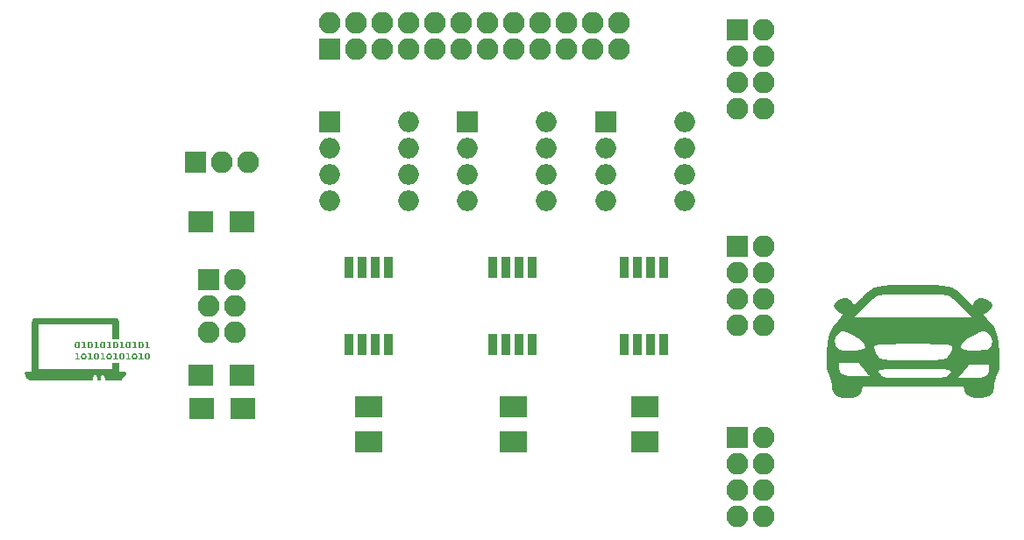
<source format=gts>
G04 #@! TF.GenerationSoftware,KiCad,Pcbnew,5.0.0-fee4fd1~65~ubuntu16.04.1*
G04 #@! TF.CreationDate,2018-07-25T18:48:16-06:00*
G04 #@! TF.ProjectId,UPA_Shield_001,5550415F536869656C645F3030312E6B,rev?*
G04 #@! TF.SameCoordinates,Original*
G04 #@! TF.FileFunction,Soldermask,Top*
G04 #@! TF.FilePolarity,Negative*
%FSLAX46Y46*%
G04 Gerber Fmt 4.6, Leading zero omitted, Abs format (unit mm)*
G04 Created by KiCad (PCBNEW 5.0.0-fee4fd1~65~ubuntu16.04.1) date Wed Jul 25 18:48:16 2018*
%MOMM*%
%LPD*%
G01*
G04 APERTURE LIST*
%ADD10C,0.100000*%
%ADD11O,2.100000X2.100000*%
%ADD12R,2.100000X2.100000*%
%ADD13R,2.000000X2.000000*%
%ADD14O,2.000000X2.000000*%
%ADD15R,0.950000X2.150000*%
%ADD16R,0.700000X2.000000*%
%ADD17R,2.400000X2.000000*%
%ADD18R,2.400000X2.100000*%
G04 APERTURE END LIST*
D10*
G04 #@! TO.C,svg2mod*
G36*
X112056580Y-98213131D02*
X112222375Y-98214429D01*
X112218069Y-98289764D01*
X112205148Y-98356001D01*
X112183618Y-98413141D01*
X112153473Y-98461184D01*
X112115415Y-98499054D01*
X112070145Y-98526102D01*
X112017661Y-98542332D01*
X111957964Y-98547743D01*
X111898079Y-98542332D01*
X111845460Y-98526102D01*
X111800108Y-98499054D01*
X111762024Y-98461184D01*
X111731879Y-98413141D01*
X111710349Y-98356001D01*
X111697428Y-98289764D01*
X111693122Y-98214429D01*
X111697428Y-98138933D01*
X111710349Y-98072642D01*
X111731879Y-98015556D01*
X111762024Y-97967675D01*
X111800108Y-97929617D01*
X111845460Y-97902433D01*
X111898079Y-97886124D01*
X111957964Y-97880688D01*
X112017661Y-97886124D01*
X112070145Y-97902433D01*
X112115415Y-97929617D01*
X112153473Y-97967675D01*
X112183618Y-98015556D01*
X112205148Y-98072642D01*
X112218069Y-98138933D01*
X112222375Y-98214429D01*
X112056580Y-98213131D01*
X112055141Y-98157310D01*
X112050862Y-98110424D01*
X112043730Y-98072474D01*
X112033745Y-98043460D01*
X112020611Y-98021794D01*
X112003601Y-98006317D01*
X111982717Y-97997032D01*
X111957955Y-97993936D01*
X111933167Y-97997032D01*
X111912201Y-98006317D01*
X111895056Y-98021794D01*
X111881732Y-98043460D01*
X111871747Y-98072474D01*
X111864615Y-98110424D01*
X111860337Y-98157310D01*
X111858897Y-98213131D01*
X111860337Y-98269571D01*
X111864615Y-98317022D01*
X111871747Y-98355483D01*
X111881732Y-98384955D01*
X111895056Y-98406810D01*
X111912201Y-98422420D01*
X111933167Y-98431787D01*
X111957955Y-98434908D01*
X111982556Y-98431787D01*
X112003387Y-98422420D01*
X112020450Y-98406810D01*
X112033745Y-98384955D01*
X112043730Y-98355483D01*
X112050862Y-98317022D01*
X112055141Y-98269571D01*
X112056580Y-98213131D01*
X112056580Y-98213131D01*
G37*
G36*
X111141046Y-98420698D02*
X111177650Y-98420698D01*
X111214254Y-98420698D01*
X111250858Y-98420698D01*
X111287462Y-98420698D01*
X111287462Y-98316807D01*
X111287462Y-98212916D01*
X111287462Y-98109024D01*
X111287462Y-98005133D01*
X111249889Y-98012886D01*
X111212316Y-98020639D01*
X111174743Y-98028388D01*
X111137170Y-98036141D01*
X111137170Y-98007936D01*
X111137170Y-97979731D01*
X111137170Y-97951525D01*
X111137170Y-97923320D01*
X111174528Y-97915567D01*
X111211886Y-97907815D01*
X111249243Y-97900065D01*
X111286601Y-97892312D01*
X111326004Y-97892312D01*
X111365408Y-97892312D01*
X111404811Y-97892312D01*
X111444214Y-97892312D01*
X111444214Y-98024410D01*
X111444214Y-98156508D01*
X111444214Y-98288606D01*
X111444214Y-98420704D01*
X111480818Y-98420704D01*
X111517422Y-98420704D01*
X111554027Y-98420704D01*
X111590631Y-98420704D01*
X111590631Y-98449341D01*
X111590631Y-98477978D01*
X111590631Y-98506616D01*
X111590631Y-98535253D01*
X111478235Y-98535253D01*
X111365838Y-98535253D01*
X111253442Y-98535253D01*
X111141046Y-98535253D01*
X111141046Y-98506616D01*
X111141046Y-98477978D01*
X111141046Y-98449341D01*
X111141046Y-98420698D01*
X111141046Y-98420698D01*
G37*
G36*
X110830126Y-98213131D02*
X110995921Y-98214429D01*
X110991614Y-98289764D01*
X110978694Y-98356001D01*
X110957163Y-98413141D01*
X110927019Y-98461184D01*
X110888961Y-98499054D01*
X110843691Y-98526102D01*
X110791207Y-98542332D01*
X110731510Y-98547743D01*
X110671625Y-98542332D01*
X110619006Y-98526102D01*
X110573655Y-98499054D01*
X110535570Y-98461184D01*
X110505425Y-98413141D01*
X110483895Y-98356001D01*
X110470974Y-98289764D01*
X110466668Y-98214429D01*
X110470974Y-98138933D01*
X110483895Y-98072642D01*
X110505425Y-98015556D01*
X110535570Y-97967675D01*
X110573655Y-97929617D01*
X110619006Y-97902433D01*
X110671625Y-97886124D01*
X110731510Y-97880688D01*
X110791207Y-97886124D01*
X110843691Y-97902433D01*
X110888961Y-97929617D01*
X110927019Y-97967675D01*
X110957163Y-98015556D01*
X110978694Y-98072642D01*
X110991614Y-98138933D01*
X110995921Y-98214429D01*
X110830126Y-98213131D01*
X110828687Y-98157310D01*
X110824408Y-98110424D01*
X110817276Y-98072474D01*
X110807291Y-98043460D01*
X110794157Y-98021794D01*
X110777147Y-98006317D01*
X110756263Y-97997032D01*
X110731501Y-97993936D01*
X110706713Y-97997032D01*
X110685747Y-98006317D01*
X110668602Y-98021794D01*
X110655278Y-98043460D01*
X110645293Y-98072474D01*
X110638161Y-98110424D01*
X110633883Y-98157310D01*
X110632443Y-98213131D01*
X110633883Y-98269571D01*
X110638161Y-98317022D01*
X110645293Y-98355483D01*
X110655278Y-98384955D01*
X110668602Y-98406810D01*
X110685747Y-98422420D01*
X110706713Y-98431787D01*
X110731501Y-98434908D01*
X110756102Y-98431787D01*
X110776933Y-98422420D01*
X110793996Y-98406810D01*
X110807291Y-98384955D01*
X110817276Y-98355483D01*
X110824408Y-98317022D01*
X110828687Y-98269571D01*
X110830126Y-98213131D01*
X110830126Y-98213131D01*
G37*
G36*
X109914592Y-98420698D02*
X109951196Y-98420698D01*
X109987800Y-98420698D01*
X110024404Y-98420698D01*
X110061008Y-98420698D01*
X110061008Y-98316807D01*
X110061008Y-98212916D01*
X110061008Y-98109024D01*
X110061008Y-98005133D01*
X110023435Y-98012886D01*
X109985862Y-98020639D01*
X109948289Y-98028388D01*
X109910716Y-98036141D01*
X109910716Y-98007936D01*
X109910716Y-97979731D01*
X109910716Y-97951525D01*
X109910716Y-97923320D01*
X109948074Y-97915567D01*
X109985432Y-97907815D01*
X110022789Y-97900065D01*
X110060147Y-97892312D01*
X110099551Y-97892312D01*
X110138954Y-97892312D01*
X110178357Y-97892312D01*
X110217760Y-97892312D01*
X110217760Y-98024410D01*
X110217760Y-98156508D01*
X110217760Y-98288606D01*
X110217760Y-98420704D01*
X110254364Y-98420704D01*
X110290968Y-98420704D01*
X110327573Y-98420704D01*
X110364177Y-98420704D01*
X110364177Y-98449341D01*
X110364177Y-98477978D01*
X110364177Y-98506616D01*
X110364177Y-98535253D01*
X110251781Y-98535253D01*
X110139384Y-98535253D01*
X110026988Y-98535253D01*
X109914592Y-98535253D01*
X109914592Y-98506616D01*
X109914592Y-98477978D01*
X109914592Y-98449341D01*
X109914592Y-98420698D01*
X109914592Y-98420698D01*
G37*
G36*
X109603672Y-98213131D02*
X109769467Y-98214429D01*
X109765160Y-98289764D01*
X109752240Y-98356001D01*
X109730709Y-98413141D01*
X109700565Y-98461184D01*
X109662507Y-98499054D01*
X109617237Y-98526102D01*
X109564753Y-98542332D01*
X109505056Y-98547743D01*
X109445170Y-98542332D01*
X109392552Y-98526102D01*
X109347201Y-98499054D01*
X109309116Y-98461184D01*
X109278971Y-98413141D01*
X109257441Y-98356001D01*
X109244520Y-98289764D01*
X109240214Y-98214429D01*
X109244520Y-98138933D01*
X109257441Y-98072642D01*
X109278971Y-98015556D01*
X109309116Y-97967675D01*
X109347201Y-97929617D01*
X109392552Y-97902433D01*
X109445170Y-97886124D01*
X109505056Y-97880688D01*
X109564753Y-97886124D01*
X109617237Y-97902433D01*
X109662507Y-97929617D01*
X109700565Y-97967675D01*
X109730709Y-98015556D01*
X109752240Y-98072642D01*
X109765160Y-98138933D01*
X109769467Y-98214429D01*
X109603672Y-98213131D01*
X109602233Y-98157310D01*
X109597954Y-98110424D01*
X109590822Y-98072474D01*
X109580837Y-98043460D01*
X109567703Y-98021794D01*
X109550693Y-98006317D01*
X109529809Y-97997032D01*
X109505047Y-97993936D01*
X109480259Y-97997032D01*
X109459293Y-98006317D01*
X109442148Y-98021794D01*
X109428824Y-98043460D01*
X109418839Y-98072474D01*
X109411707Y-98110424D01*
X109407429Y-98157310D01*
X109405989Y-98213131D01*
X109407429Y-98269571D01*
X109411707Y-98317022D01*
X109418839Y-98355483D01*
X109428824Y-98384955D01*
X109442148Y-98406810D01*
X109459293Y-98422420D01*
X109480259Y-98431787D01*
X109505047Y-98434908D01*
X109529648Y-98431787D01*
X109550479Y-98422420D01*
X109567542Y-98406810D01*
X109580837Y-98384955D01*
X109590822Y-98355483D01*
X109597954Y-98317022D01*
X109602233Y-98269571D01*
X109603672Y-98213131D01*
X109603672Y-98213131D01*
G37*
G36*
X108688138Y-98420698D02*
X108724742Y-98420698D01*
X108761346Y-98420698D01*
X108797950Y-98420698D01*
X108834554Y-98420698D01*
X108834554Y-98316807D01*
X108834554Y-98212916D01*
X108834554Y-98109024D01*
X108834554Y-98005133D01*
X108796981Y-98012886D01*
X108759408Y-98020639D01*
X108721835Y-98028388D01*
X108684262Y-98036141D01*
X108684262Y-98007936D01*
X108684262Y-97979731D01*
X108684262Y-97951525D01*
X108684262Y-97923320D01*
X108721620Y-97915567D01*
X108758978Y-97907815D01*
X108796335Y-97900065D01*
X108833693Y-97892312D01*
X108873096Y-97892312D01*
X108912500Y-97892312D01*
X108951903Y-97892312D01*
X108991306Y-97892312D01*
X108991306Y-98024410D01*
X108991306Y-98156508D01*
X108991306Y-98288606D01*
X108991306Y-98420704D01*
X109027910Y-98420704D01*
X109064515Y-98420704D01*
X109101119Y-98420704D01*
X109137723Y-98420704D01*
X109137723Y-98449341D01*
X109137723Y-98477978D01*
X109137723Y-98506616D01*
X109137723Y-98535253D01*
X109025327Y-98535253D01*
X108912930Y-98535253D01*
X108800534Y-98535253D01*
X108688138Y-98535253D01*
X108688138Y-98506616D01*
X108688138Y-98477978D01*
X108688138Y-98449341D01*
X108688138Y-98420698D01*
X108688138Y-98420698D01*
G37*
G36*
X108377218Y-98213131D02*
X108543013Y-98214429D01*
X108538706Y-98289764D01*
X108525786Y-98356001D01*
X108504256Y-98413141D01*
X108474111Y-98461184D01*
X108436053Y-98499054D01*
X108390783Y-98526102D01*
X108338299Y-98542332D01*
X108278602Y-98547743D01*
X108218716Y-98542332D01*
X108166098Y-98526102D01*
X108120747Y-98499054D01*
X108082662Y-98461184D01*
X108052517Y-98413141D01*
X108030987Y-98356001D01*
X108018066Y-98289764D01*
X108013760Y-98214429D01*
X108018066Y-98138933D01*
X108030987Y-98072642D01*
X108052517Y-98015556D01*
X108082662Y-97967675D01*
X108120747Y-97929617D01*
X108166098Y-97902433D01*
X108218716Y-97886124D01*
X108278602Y-97880688D01*
X108338299Y-97886124D01*
X108390783Y-97902433D01*
X108436053Y-97929617D01*
X108474111Y-97967675D01*
X108504256Y-98015556D01*
X108525786Y-98072642D01*
X108538706Y-98138933D01*
X108543013Y-98214429D01*
X108377218Y-98213131D01*
X108375779Y-98157310D01*
X108371500Y-98110424D01*
X108364368Y-98072474D01*
X108354383Y-98043460D01*
X108341249Y-98021794D01*
X108324239Y-98006317D01*
X108303355Y-97997032D01*
X108278593Y-97993936D01*
X108253805Y-97997032D01*
X108232839Y-98006317D01*
X108215694Y-98021794D01*
X108202370Y-98043460D01*
X108192385Y-98072474D01*
X108185253Y-98110424D01*
X108180975Y-98157310D01*
X108179535Y-98213131D01*
X108180975Y-98269571D01*
X108185253Y-98317022D01*
X108192385Y-98355483D01*
X108202370Y-98384955D01*
X108215694Y-98406810D01*
X108232839Y-98422420D01*
X108253805Y-98431787D01*
X108278593Y-98434908D01*
X108303194Y-98431787D01*
X108324025Y-98422420D01*
X108341088Y-98406810D01*
X108354383Y-98384955D01*
X108364368Y-98355483D01*
X108371500Y-98317022D01*
X108375779Y-98269571D01*
X108377218Y-98213131D01*
X108377218Y-98213131D01*
G37*
G36*
X107461684Y-98420698D02*
X107498288Y-98420698D01*
X107534892Y-98420698D01*
X107571496Y-98420698D01*
X107608100Y-98420698D01*
X107608100Y-98316807D01*
X107608100Y-98212916D01*
X107608100Y-98109024D01*
X107608100Y-98005133D01*
X107570527Y-98012886D01*
X107532954Y-98020639D01*
X107495381Y-98028388D01*
X107457808Y-98036141D01*
X107457808Y-98007936D01*
X107457808Y-97979731D01*
X107457808Y-97951525D01*
X107457808Y-97923320D01*
X107495166Y-97915567D01*
X107532523Y-97907815D01*
X107569881Y-97900065D01*
X107607239Y-97892312D01*
X107646642Y-97892312D01*
X107686046Y-97892312D01*
X107725449Y-97892312D01*
X107764852Y-97892312D01*
X107764852Y-98024410D01*
X107764852Y-98156508D01*
X107764852Y-98288606D01*
X107764852Y-98420704D01*
X107801456Y-98420704D01*
X107838060Y-98420704D01*
X107874665Y-98420704D01*
X107911269Y-98420704D01*
X107911269Y-98449341D01*
X107911269Y-98477978D01*
X107911269Y-98506616D01*
X107911269Y-98535253D01*
X107798872Y-98535253D01*
X107686476Y-98535253D01*
X107574080Y-98535253D01*
X107461684Y-98535253D01*
X107461684Y-98506616D01*
X107461684Y-98477978D01*
X107461684Y-98449341D01*
X107461684Y-98420698D01*
X107461684Y-98420698D01*
G37*
G36*
X107150764Y-98213131D02*
X107316559Y-98214429D01*
X107312252Y-98289764D01*
X107299332Y-98356001D01*
X107277802Y-98413141D01*
X107247657Y-98461184D01*
X107209599Y-98499054D01*
X107164329Y-98526102D01*
X107111845Y-98542332D01*
X107052148Y-98547743D01*
X106992262Y-98542332D01*
X106939644Y-98526102D01*
X106894293Y-98499054D01*
X106856208Y-98461184D01*
X106826063Y-98413141D01*
X106804533Y-98356001D01*
X106791613Y-98289764D01*
X106787306Y-98214429D01*
X106791613Y-98138933D01*
X106804533Y-98072642D01*
X106826063Y-98015556D01*
X106856208Y-97967675D01*
X106894293Y-97929617D01*
X106939644Y-97902433D01*
X106992262Y-97886124D01*
X107052148Y-97880688D01*
X107111845Y-97886124D01*
X107164329Y-97902433D01*
X107209599Y-97929617D01*
X107247657Y-97967675D01*
X107277802Y-98015556D01*
X107299332Y-98072642D01*
X107312252Y-98138933D01*
X107316559Y-98214429D01*
X107150764Y-98213131D01*
X107149325Y-98157310D01*
X107145046Y-98110424D01*
X107137914Y-98072474D01*
X107127929Y-98043460D01*
X107114795Y-98021794D01*
X107097785Y-98006317D01*
X107076901Y-97997032D01*
X107052139Y-97993936D01*
X107027351Y-97997032D01*
X107006385Y-98006317D01*
X106989240Y-98021794D01*
X106975916Y-98043460D01*
X106965931Y-98072474D01*
X106958799Y-98110424D01*
X106954521Y-98157310D01*
X106953081Y-98213131D01*
X106954521Y-98269571D01*
X106958799Y-98317022D01*
X106965931Y-98355483D01*
X106975916Y-98384955D01*
X106989240Y-98406810D01*
X107006385Y-98422420D01*
X107027351Y-98431787D01*
X107052139Y-98434908D01*
X107076740Y-98431787D01*
X107097571Y-98422420D01*
X107114634Y-98406810D01*
X107127929Y-98384955D01*
X107137914Y-98355483D01*
X107145046Y-98317022D01*
X107149325Y-98269571D01*
X107150764Y-98213131D01*
X107150764Y-98213131D01*
G37*
G36*
X106235230Y-98420698D02*
X106271834Y-98420698D01*
X106308438Y-98420698D01*
X106345042Y-98420698D01*
X106381646Y-98420698D01*
X106381646Y-98316807D01*
X106381646Y-98212916D01*
X106381646Y-98109024D01*
X106381646Y-98005133D01*
X106344073Y-98012886D01*
X106306500Y-98020639D01*
X106268927Y-98028388D01*
X106231354Y-98036141D01*
X106231354Y-98007936D01*
X106231354Y-97979731D01*
X106231354Y-97951525D01*
X106231354Y-97923320D01*
X106268712Y-97915567D01*
X106306069Y-97907815D01*
X106343427Y-97900065D01*
X106380785Y-97892312D01*
X106420188Y-97892312D01*
X106459592Y-97892312D01*
X106498995Y-97892312D01*
X106538398Y-97892312D01*
X106538398Y-98024410D01*
X106538398Y-98156508D01*
X106538398Y-98288606D01*
X106538398Y-98420704D01*
X106575002Y-98420704D01*
X106611606Y-98420704D01*
X106648211Y-98420704D01*
X106684815Y-98420704D01*
X106684815Y-98449341D01*
X106684815Y-98477978D01*
X106684815Y-98506616D01*
X106684815Y-98535253D01*
X106572418Y-98535253D01*
X106460022Y-98535253D01*
X106347626Y-98535253D01*
X106235230Y-98535253D01*
X106235230Y-98506616D01*
X106235230Y-98477978D01*
X106235230Y-98449341D01*
X106235230Y-98420698D01*
X106235230Y-98420698D01*
G37*
G36*
X105924310Y-98213131D02*
X106090105Y-98214429D01*
X106085798Y-98289764D01*
X106072878Y-98356001D01*
X106051348Y-98413141D01*
X106021203Y-98461184D01*
X105983145Y-98499054D01*
X105937875Y-98526102D01*
X105885391Y-98542332D01*
X105825694Y-98547743D01*
X105765808Y-98542332D01*
X105713190Y-98526102D01*
X105667838Y-98499054D01*
X105629754Y-98461184D01*
X105599609Y-98413141D01*
X105578079Y-98356001D01*
X105565159Y-98289764D01*
X105560852Y-98214429D01*
X105565159Y-98138933D01*
X105578079Y-98072642D01*
X105599609Y-98015556D01*
X105629754Y-97967675D01*
X105667838Y-97929617D01*
X105713190Y-97902433D01*
X105765808Y-97886124D01*
X105825694Y-97880688D01*
X105885391Y-97886124D01*
X105937875Y-97902433D01*
X105983145Y-97929617D01*
X106021203Y-97967675D01*
X106051348Y-98015556D01*
X106072878Y-98072642D01*
X106085798Y-98138933D01*
X106090105Y-98214429D01*
X105924310Y-98213131D01*
X105922871Y-98157310D01*
X105918592Y-98110424D01*
X105911460Y-98072474D01*
X105901475Y-98043460D01*
X105888341Y-98021794D01*
X105871331Y-98006317D01*
X105850447Y-97997032D01*
X105825685Y-97993936D01*
X105800897Y-97997032D01*
X105779931Y-98006317D01*
X105762786Y-98021794D01*
X105749462Y-98043460D01*
X105739477Y-98072474D01*
X105732345Y-98110424D01*
X105728067Y-98157310D01*
X105726627Y-98213131D01*
X105728067Y-98269571D01*
X105732345Y-98317022D01*
X105739477Y-98355483D01*
X105749462Y-98384955D01*
X105762786Y-98406810D01*
X105779931Y-98422420D01*
X105800897Y-98431787D01*
X105825685Y-98434908D01*
X105850286Y-98431787D01*
X105871117Y-98422420D01*
X105888180Y-98406810D01*
X105901475Y-98384955D01*
X105911460Y-98355483D01*
X105918592Y-98317022D01*
X105922871Y-98269571D01*
X105924310Y-98213131D01*
X105924310Y-98213131D01*
G37*
G36*
X105008776Y-98420698D02*
X105045380Y-98420698D01*
X105081984Y-98420698D01*
X105118588Y-98420698D01*
X105155192Y-98420698D01*
X105155192Y-98316807D01*
X105155192Y-98212916D01*
X105155192Y-98109024D01*
X105155192Y-98005133D01*
X105117619Y-98012886D01*
X105080046Y-98020639D01*
X105042473Y-98028388D01*
X105004900Y-98036141D01*
X105004900Y-98007936D01*
X105004900Y-97979731D01*
X105004900Y-97951525D01*
X105004900Y-97923320D01*
X105042258Y-97915567D01*
X105079616Y-97907815D01*
X105116973Y-97900065D01*
X105154331Y-97892312D01*
X105193734Y-97892312D01*
X105233138Y-97892312D01*
X105272541Y-97892312D01*
X105311944Y-97892312D01*
X105311944Y-98024410D01*
X105311944Y-98156508D01*
X105311944Y-98288606D01*
X105311944Y-98420704D01*
X105348548Y-98420704D01*
X105385152Y-98420704D01*
X105421757Y-98420704D01*
X105458361Y-98420704D01*
X105458361Y-98449341D01*
X105458361Y-98477978D01*
X105458361Y-98506616D01*
X105458361Y-98535253D01*
X105345964Y-98535253D01*
X105233568Y-98535253D01*
X105121172Y-98535253D01*
X105008776Y-98535253D01*
X105008776Y-98506616D01*
X105008776Y-98477978D01*
X105008776Y-98449341D01*
X105008776Y-98420698D01*
X105008776Y-98420698D01*
G37*
G36*
X111754273Y-97318267D02*
X111790877Y-97318267D01*
X111827481Y-97318267D01*
X111864085Y-97318267D01*
X111900689Y-97318267D01*
X111900689Y-97214376D01*
X111900689Y-97110485D01*
X111900689Y-97006594D01*
X111900689Y-96902703D01*
X111863116Y-96910455D01*
X111825543Y-96918208D01*
X111787970Y-96925958D01*
X111750397Y-96933711D01*
X111750397Y-96905505D01*
X111750397Y-96877300D01*
X111750397Y-96849095D01*
X111750397Y-96820889D01*
X111787755Y-96813137D01*
X111825113Y-96805384D01*
X111862470Y-96797634D01*
X111899828Y-96789882D01*
X111939231Y-96789882D01*
X111978635Y-96789882D01*
X112018038Y-96789882D01*
X112057441Y-96789882D01*
X112057441Y-96921979D01*
X112057441Y-97054077D01*
X112057441Y-97186175D01*
X112057441Y-97318273D01*
X112094045Y-97318273D01*
X112130650Y-97318273D01*
X112167254Y-97318273D01*
X112203858Y-97318273D01*
X112203858Y-97346910D01*
X112203858Y-97375548D01*
X112203858Y-97404185D01*
X112203858Y-97432823D01*
X112091462Y-97432823D01*
X111979065Y-97432823D01*
X111866669Y-97432823D01*
X111754273Y-97432823D01*
X111754273Y-97404185D01*
X111754273Y-97375548D01*
X111754273Y-97346910D01*
X111754273Y-97318267D01*
X111754273Y-97318267D01*
G37*
G36*
X111443353Y-97110701D02*
X111609148Y-97111999D01*
X111604841Y-97187333D01*
X111591921Y-97253571D01*
X111570391Y-97310711D01*
X111540246Y-97358754D01*
X111502188Y-97396623D01*
X111456918Y-97423671D01*
X111404434Y-97439902D01*
X111344737Y-97445312D01*
X111284851Y-97439902D01*
X111232233Y-97423671D01*
X111186881Y-97396623D01*
X111148797Y-97358754D01*
X111118652Y-97310711D01*
X111097122Y-97253571D01*
X111084202Y-97187333D01*
X111079895Y-97111999D01*
X111084202Y-97036503D01*
X111097122Y-96970211D01*
X111118652Y-96913125D01*
X111148797Y-96865244D01*
X111186881Y-96827186D01*
X111232233Y-96800003D01*
X111284851Y-96783693D01*
X111344737Y-96778257D01*
X111404434Y-96783693D01*
X111456918Y-96800003D01*
X111502188Y-96827186D01*
X111540246Y-96865244D01*
X111570391Y-96913125D01*
X111591921Y-96970211D01*
X111604841Y-97036503D01*
X111609148Y-97111999D01*
X111443353Y-97110701D01*
X111441914Y-97054879D01*
X111437635Y-97007993D01*
X111430503Y-96970044D01*
X111420518Y-96941029D01*
X111407384Y-96919363D01*
X111390374Y-96903886D01*
X111369490Y-96894601D01*
X111344728Y-96891505D01*
X111319940Y-96894601D01*
X111298974Y-96903886D01*
X111281829Y-96919363D01*
X111268505Y-96941029D01*
X111258520Y-96970044D01*
X111251388Y-97007993D01*
X111247110Y-97054879D01*
X111245671Y-97110701D01*
X111247110Y-97167141D01*
X111251388Y-97214592D01*
X111258520Y-97253053D01*
X111268505Y-97282525D01*
X111281829Y-97304380D01*
X111298974Y-97319990D01*
X111319940Y-97329356D01*
X111344728Y-97332478D01*
X111369329Y-97329356D01*
X111390160Y-97319990D01*
X111407223Y-97304380D01*
X111420518Y-97282525D01*
X111430503Y-97253053D01*
X111437635Y-97214592D01*
X111441914Y-97167141D01*
X111443353Y-97110701D01*
X111443353Y-97110701D01*
G37*
G36*
X110527819Y-97318267D02*
X110564423Y-97318267D01*
X110601027Y-97318267D01*
X110637631Y-97318267D01*
X110674235Y-97318267D01*
X110674235Y-97214376D01*
X110674235Y-97110485D01*
X110674235Y-97006594D01*
X110674235Y-96902703D01*
X110636662Y-96910455D01*
X110599089Y-96918208D01*
X110561516Y-96925958D01*
X110523943Y-96933711D01*
X110523943Y-96905505D01*
X110523943Y-96877300D01*
X110523943Y-96849095D01*
X110523943Y-96820889D01*
X110561301Y-96813137D01*
X110598659Y-96805384D01*
X110636016Y-96797634D01*
X110673374Y-96789882D01*
X110712777Y-96789882D01*
X110752181Y-96789882D01*
X110791584Y-96789882D01*
X110830987Y-96789882D01*
X110830987Y-96921979D01*
X110830987Y-97054077D01*
X110830987Y-97186175D01*
X110830987Y-97318273D01*
X110867591Y-97318273D01*
X110904196Y-97318273D01*
X110940800Y-97318273D01*
X110977404Y-97318273D01*
X110977404Y-97346910D01*
X110977404Y-97375548D01*
X110977404Y-97404185D01*
X110977404Y-97432823D01*
X110865008Y-97432823D01*
X110752611Y-97432823D01*
X110640215Y-97432823D01*
X110527819Y-97432823D01*
X110527819Y-97404185D01*
X110527819Y-97375548D01*
X110527819Y-97346910D01*
X110527819Y-97318267D01*
X110527819Y-97318267D01*
G37*
G36*
X110216899Y-97110701D02*
X110382694Y-97111999D01*
X110378387Y-97187333D01*
X110365467Y-97253571D01*
X110343937Y-97310711D01*
X110313792Y-97358754D01*
X110275735Y-97396623D01*
X110230464Y-97423671D01*
X110177980Y-97439902D01*
X110118283Y-97445312D01*
X110058397Y-97439902D01*
X110005779Y-97423671D01*
X109960427Y-97396623D01*
X109922343Y-97358754D01*
X109892198Y-97310711D01*
X109870668Y-97253571D01*
X109857748Y-97187333D01*
X109853441Y-97111999D01*
X109857748Y-97036503D01*
X109870668Y-96970211D01*
X109892198Y-96913125D01*
X109922343Y-96865244D01*
X109960427Y-96827186D01*
X110005779Y-96800003D01*
X110058397Y-96783693D01*
X110118283Y-96778257D01*
X110177980Y-96783693D01*
X110230464Y-96800003D01*
X110275735Y-96827186D01*
X110313792Y-96865244D01*
X110343937Y-96913125D01*
X110365467Y-96970211D01*
X110378387Y-97036503D01*
X110382694Y-97111999D01*
X110216899Y-97110701D01*
X110215460Y-97054879D01*
X110211181Y-97007993D01*
X110204050Y-96970044D01*
X110194064Y-96941029D01*
X110180930Y-96919363D01*
X110163920Y-96903886D01*
X110143036Y-96894601D01*
X110118274Y-96891505D01*
X110093486Y-96894601D01*
X110072520Y-96903886D01*
X110055375Y-96919363D01*
X110042051Y-96941029D01*
X110032066Y-96970044D01*
X110024934Y-97007993D01*
X110020656Y-97054879D01*
X110019217Y-97110701D01*
X110020656Y-97167141D01*
X110024934Y-97214592D01*
X110032066Y-97253053D01*
X110042051Y-97282525D01*
X110055375Y-97304380D01*
X110072520Y-97319990D01*
X110093486Y-97329356D01*
X110118274Y-97332478D01*
X110142875Y-97329356D01*
X110163706Y-97319990D01*
X110180769Y-97304380D01*
X110194064Y-97282525D01*
X110204050Y-97253053D01*
X110211181Y-97214592D01*
X110215460Y-97167141D01*
X110216899Y-97110701D01*
X110216899Y-97110701D01*
G37*
G36*
X109301365Y-97318267D02*
X109337969Y-97318267D01*
X109374573Y-97318267D01*
X109411177Y-97318267D01*
X109447781Y-97318267D01*
X109447781Y-97214376D01*
X109447781Y-97110485D01*
X109447781Y-97006594D01*
X109447781Y-96902703D01*
X109410208Y-96910455D01*
X109372635Y-96918208D01*
X109335062Y-96925958D01*
X109297489Y-96933711D01*
X109297489Y-96905505D01*
X109297489Y-96877300D01*
X109297489Y-96849095D01*
X109297489Y-96820889D01*
X109334847Y-96813137D01*
X109372205Y-96805384D01*
X109409562Y-96797634D01*
X109446920Y-96789882D01*
X109486323Y-96789882D01*
X109525727Y-96789882D01*
X109565130Y-96789882D01*
X109604533Y-96789882D01*
X109604533Y-96921979D01*
X109604533Y-97054077D01*
X109604533Y-97186175D01*
X109604533Y-97318273D01*
X109641138Y-97318273D01*
X109677742Y-97318273D01*
X109714346Y-97318273D01*
X109750950Y-97318273D01*
X109750950Y-97346910D01*
X109750950Y-97375548D01*
X109750950Y-97404185D01*
X109750950Y-97432823D01*
X109638554Y-97432823D01*
X109526157Y-97432823D01*
X109413761Y-97432823D01*
X109301365Y-97432823D01*
X109301365Y-97404185D01*
X109301365Y-97375548D01*
X109301365Y-97346910D01*
X109301365Y-97318267D01*
X109301365Y-97318267D01*
G37*
G36*
X108990445Y-97110701D02*
X109156240Y-97111999D01*
X109151934Y-97187333D01*
X109139013Y-97253571D01*
X109117483Y-97310711D01*
X109087338Y-97358754D01*
X109049281Y-97396623D01*
X109004010Y-97423671D01*
X108951526Y-97439902D01*
X108891829Y-97445312D01*
X108831943Y-97439902D01*
X108779325Y-97423671D01*
X108733973Y-97396623D01*
X108695889Y-97358754D01*
X108665744Y-97310711D01*
X108644214Y-97253571D01*
X108631294Y-97187333D01*
X108626987Y-97111999D01*
X108631294Y-97036503D01*
X108644214Y-96970211D01*
X108665744Y-96913125D01*
X108695889Y-96865244D01*
X108733973Y-96827186D01*
X108779325Y-96800003D01*
X108831943Y-96783693D01*
X108891829Y-96778257D01*
X108951526Y-96783693D01*
X109004010Y-96800003D01*
X109049281Y-96827186D01*
X109087338Y-96865244D01*
X109117483Y-96913125D01*
X109139013Y-96970211D01*
X109151934Y-97036503D01*
X109156240Y-97111999D01*
X108990445Y-97110701D01*
X108989005Y-97054879D01*
X108984727Y-97007993D01*
X108977595Y-96970044D01*
X108967610Y-96941029D01*
X108954476Y-96919363D01*
X108937466Y-96903886D01*
X108916582Y-96894601D01*
X108891819Y-96891505D01*
X108867032Y-96894601D01*
X108846066Y-96903886D01*
X108828921Y-96919363D01*
X108815597Y-96941029D01*
X108805612Y-96970044D01*
X108798480Y-97007993D01*
X108794202Y-97054879D01*
X108792762Y-97110701D01*
X108794202Y-97167141D01*
X108798480Y-97214592D01*
X108805612Y-97253053D01*
X108815597Y-97282525D01*
X108828921Y-97304380D01*
X108846066Y-97319990D01*
X108867032Y-97329356D01*
X108891819Y-97332478D01*
X108916421Y-97329356D01*
X108937252Y-97319990D01*
X108954315Y-97304380D01*
X108967610Y-97282525D01*
X108977595Y-97253053D01*
X108984727Y-97214592D01*
X108989005Y-97167141D01*
X108990445Y-97110701D01*
X108990445Y-97110701D01*
G37*
G36*
X108074911Y-97318267D02*
X108111515Y-97318267D01*
X108148119Y-97318267D01*
X108184723Y-97318267D01*
X108221327Y-97318267D01*
X108221327Y-97214376D01*
X108221327Y-97110485D01*
X108221327Y-97006594D01*
X108221327Y-96902703D01*
X108183754Y-96910455D01*
X108146181Y-96918208D01*
X108108608Y-96925958D01*
X108071035Y-96933711D01*
X108071035Y-96905505D01*
X108071035Y-96877300D01*
X108071035Y-96849095D01*
X108071035Y-96820889D01*
X108108393Y-96813137D01*
X108145751Y-96805384D01*
X108183108Y-96797634D01*
X108220466Y-96789882D01*
X108259869Y-96789882D01*
X108299273Y-96789882D01*
X108338676Y-96789882D01*
X108378079Y-96789882D01*
X108378079Y-96921979D01*
X108378079Y-97054077D01*
X108378079Y-97186175D01*
X108378079Y-97318273D01*
X108414684Y-97318273D01*
X108451287Y-97318273D01*
X108487892Y-97318273D01*
X108524496Y-97318273D01*
X108524496Y-97346910D01*
X108524496Y-97375548D01*
X108524496Y-97404185D01*
X108524496Y-97432823D01*
X108412100Y-97432823D01*
X108299703Y-97432823D01*
X108187307Y-97432823D01*
X108074911Y-97432823D01*
X108074911Y-97404185D01*
X108074911Y-97375548D01*
X108074911Y-97346910D01*
X108074911Y-97318267D01*
X108074911Y-97318267D01*
G37*
G36*
X107763991Y-97110701D02*
X107929786Y-97111999D01*
X107925480Y-97187333D01*
X107912559Y-97253571D01*
X107891029Y-97310711D01*
X107860884Y-97358754D01*
X107822826Y-97396623D01*
X107777556Y-97423671D01*
X107725072Y-97439902D01*
X107665375Y-97445312D01*
X107605489Y-97439902D01*
X107552871Y-97423671D01*
X107507519Y-97396623D01*
X107469435Y-97358754D01*
X107439290Y-97310711D01*
X107417759Y-97253571D01*
X107404839Y-97187333D01*
X107400533Y-97111999D01*
X107404839Y-97036503D01*
X107417759Y-96970212D01*
X107439290Y-96913125D01*
X107469435Y-96865244D01*
X107507519Y-96827186D01*
X107552871Y-96800003D01*
X107605489Y-96783693D01*
X107665375Y-96778257D01*
X107725072Y-96783693D01*
X107777556Y-96800003D01*
X107822826Y-96827186D01*
X107860884Y-96865244D01*
X107891029Y-96913125D01*
X107912559Y-96970212D01*
X107925480Y-97036503D01*
X107929786Y-97111999D01*
X107763991Y-97110701D01*
X107762552Y-97054879D01*
X107758273Y-97007993D01*
X107751141Y-96970044D01*
X107741156Y-96941029D01*
X107728022Y-96919363D01*
X107711012Y-96903886D01*
X107690128Y-96894601D01*
X107665365Y-96891505D01*
X107640578Y-96894601D01*
X107619612Y-96903886D01*
X107602467Y-96919363D01*
X107589143Y-96941029D01*
X107579158Y-96970044D01*
X107572026Y-97007993D01*
X107567748Y-97054879D01*
X107566308Y-97110701D01*
X107567748Y-97167141D01*
X107572026Y-97214592D01*
X107579158Y-97253053D01*
X107589143Y-97282525D01*
X107602467Y-97304380D01*
X107619612Y-97319990D01*
X107640578Y-97329356D01*
X107665365Y-97332478D01*
X107689967Y-97329356D01*
X107710798Y-97319990D01*
X107727861Y-97304380D01*
X107741156Y-97282525D01*
X107751141Y-97253053D01*
X107758273Y-97214592D01*
X107762552Y-97167141D01*
X107763991Y-97110701D01*
X107763991Y-97110701D01*
G37*
G36*
X106848457Y-97318267D02*
X106885061Y-97318267D01*
X106921665Y-97318267D01*
X106958269Y-97318267D01*
X106994873Y-97318267D01*
X106994873Y-97214376D01*
X106994873Y-97110485D01*
X106994873Y-97006594D01*
X106994873Y-96902703D01*
X106957300Y-96910455D01*
X106919727Y-96918208D01*
X106882154Y-96925958D01*
X106844581Y-96933711D01*
X106844581Y-96905505D01*
X106844581Y-96877300D01*
X106844581Y-96849095D01*
X106844581Y-96820889D01*
X106881939Y-96813137D01*
X106919297Y-96805384D01*
X106956654Y-96797634D01*
X106994012Y-96789882D01*
X107033415Y-96789882D01*
X107072819Y-96789882D01*
X107112222Y-96789882D01*
X107151625Y-96789882D01*
X107151625Y-96921979D01*
X107151625Y-97054077D01*
X107151625Y-97186175D01*
X107151625Y-97318273D01*
X107188229Y-97318273D01*
X107224834Y-97318273D01*
X107261437Y-97318273D01*
X107298042Y-97318273D01*
X107298042Y-97346910D01*
X107298042Y-97375548D01*
X107298042Y-97404185D01*
X107298042Y-97432823D01*
X107185646Y-97432823D01*
X107073249Y-97432823D01*
X106960853Y-97432823D01*
X106848457Y-97432823D01*
X106848457Y-97404185D01*
X106848457Y-97375548D01*
X106848457Y-97346910D01*
X106848457Y-97318267D01*
X106848457Y-97318267D01*
G37*
G36*
X106537537Y-97110701D02*
X106703332Y-97111999D01*
X106699026Y-97187333D01*
X106686105Y-97253571D01*
X106664575Y-97310711D01*
X106634430Y-97358754D01*
X106596372Y-97396623D01*
X106551102Y-97423671D01*
X106498618Y-97439902D01*
X106438921Y-97445312D01*
X106379036Y-97439902D01*
X106326417Y-97423671D01*
X106281065Y-97396623D01*
X106242981Y-97358754D01*
X106212836Y-97310711D01*
X106191306Y-97253571D01*
X106178385Y-97187333D01*
X106174079Y-97111999D01*
X106178385Y-97036503D01*
X106191306Y-96970212D01*
X106212836Y-96913125D01*
X106242981Y-96865244D01*
X106281065Y-96827186D01*
X106326417Y-96800003D01*
X106379036Y-96783693D01*
X106438921Y-96778257D01*
X106498618Y-96783693D01*
X106551102Y-96800003D01*
X106596372Y-96827186D01*
X106634430Y-96865244D01*
X106664575Y-96913125D01*
X106686105Y-96970212D01*
X106699026Y-97036503D01*
X106703332Y-97111999D01*
X106537537Y-97110701D01*
X106536098Y-97054879D01*
X106531819Y-97007993D01*
X106524687Y-96970044D01*
X106514702Y-96941029D01*
X106501568Y-96919363D01*
X106484558Y-96903886D01*
X106463674Y-96894601D01*
X106438911Y-96891505D01*
X106414124Y-96894601D01*
X106393158Y-96903886D01*
X106376013Y-96919363D01*
X106362689Y-96941029D01*
X106352704Y-96970044D01*
X106345572Y-97007993D01*
X106341294Y-97054879D01*
X106339854Y-97110701D01*
X106341294Y-97167141D01*
X106345572Y-97214592D01*
X106352704Y-97253053D01*
X106362689Y-97282525D01*
X106376013Y-97304380D01*
X106393158Y-97319990D01*
X106414124Y-97329356D01*
X106438911Y-97332478D01*
X106463513Y-97329356D01*
X106484344Y-97319990D01*
X106501407Y-97304380D01*
X106514702Y-97282525D01*
X106524687Y-97253053D01*
X106531819Y-97214592D01*
X106536098Y-97167141D01*
X106537537Y-97110701D01*
X106537537Y-97110701D01*
G37*
G36*
X105622003Y-97318267D02*
X105658607Y-97318267D01*
X105695211Y-97318267D01*
X105731815Y-97318267D01*
X105768419Y-97318267D01*
X105768419Y-97214376D01*
X105768419Y-97110485D01*
X105768419Y-97006594D01*
X105768419Y-96902703D01*
X105730846Y-96910455D01*
X105693273Y-96918208D01*
X105655700Y-96925958D01*
X105618127Y-96933711D01*
X105618127Y-96905505D01*
X105618127Y-96877300D01*
X105618127Y-96849095D01*
X105618127Y-96820889D01*
X105655485Y-96813137D01*
X105692843Y-96805384D01*
X105730200Y-96797634D01*
X105767558Y-96789882D01*
X105806961Y-96789882D01*
X105846365Y-96789882D01*
X105885768Y-96789882D01*
X105925171Y-96789882D01*
X105925171Y-96921979D01*
X105925171Y-97054077D01*
X105925171Y-97186175D01*
X105925171Y-97318273D01*
X105961775Y-97318273D01*
X105998380Y-97318273D01*
X106034983Y-97318273D01*
X106071588Y-97318273D01*
X106071588Y-97346910D01*
X106071588Y-97375548D01*
X106071588Y-97404185D01*
X106071588Y-97432823D01*
X105959192Y-97432823D01*
X105846795Y-97432823D01*
X105734399Y-97432823D01*
X105622003Y-97432823D01*
X105622003Y-97404185D01*
X105622003Y-97375548D01*
X105622003Y-97346910D01*
X105622003Y-97318267D01*
X105622003Y-97318267D01*
G37*
G36*
X105311083Y-97110701D02*
X105476878Y-97111999D01*
X105472571Y-97187333D01*
X105459651Y-97253571D01*
X105438120Y-97310711D01*
X105407976Y-97358754D01*
X105369918Y-97396623D01*
X105324648Y-97423671D01*
X105272164Y-97439902D01*
X105212467Y-97445312D01*
X105152581Y-97439902D01*
X105099963Y-97423671D01*
X105054611Y-97396623D01*
X105016527Y-97358754D01*
X104986382Y-97310711D01*
X104964852Y-97253571D01*
X104951931Y-97187333D01*
X104947625Y-97111999D01*
X104951931Y-97036503D01*
X104964852Y-96970212D01*
X104986382Y-96913125D01*
X105016527Y-96865244D01*
X105054611Y-96827186D01*
X105099963Y-96800003D01*
X105152581Y-96783693D01*
X105212467Y-96778257D01*
X105272164Y-96783693D01*
X105324648Y-96800003D01*
X105369918Y-96827186D01*
X105407976Y-96865244D01*
X105438120Y-96913125D01*
X105459651Y-96970212D01*
X105472571Y-97036503D01*
X105476878Y-97111999D01*
X105311083Y-97110701D01*
X105309644Y-97054879D01*
X105305365Y-97007993D01*
X105298233Y-96970044D01*
X105288248Y-96941029D01*
X105275114Y-96919363D01*
X105258104Y-96903886D01*
X105237220Y-96894601D01*
X105212458Y-96891505D01*
X105187670Y-96894601D01*
X105166704Y-96903886D01*
X105149559Y-96919363D01*
X105136235Y-96941029D01*
X105126250Y-96970044D01*
X105119118Y-97007993D01*
X105114840Y-97054879D01*
X105113400Y-97110701D01*
X105114840Y-97167141D01*
X105119118Y-97214592D01*
X105126250Y-97253053D01*
X105136235Y-97282525D01*
X105149559Y-97304380D01*
X105166704Y-97319990D01*
X105187670Y-97329356D01*
X105212458Y-97332478D01*
X105237059Y-97329356D01*
X105257890Y-97319990D01*
X105274953Y-97304380D01*
X105288248Y-97282525D01*
X105298233Y-97253053D01*
X105305365Y-97214592D01*
X105309644Y-97167141D01*
X105311083Y-97110701D01*
X105311083Y-97110701D01*
G37*
G36*
X101456974Y-100561893D02*
X101323733Y-100560115D01*
X101206153Y-100558449D01*
X101103102Y-100556813D01*
X101013449Y-100555119D01*
X100936064Y-100553341D01*
X100869814Y-100551366D01*
X100813571Y-100549164D01*
X100766200Y-100546624D01*
X100755612Y-100545947D01*
X100745488Y-100545241D01*
X100735814Y-100544508D01*
X100726571Y-100543746D01*
X100717743Y-100542955D01*
X100709310Y-100542137D01*
X100701256Y-100541262D01*
X100693559Y-100540359D01*
X100686207Y-100539428D01*
X100679180Y-100538468D01*
X100672458Y-100537480D01*
X100666026Y-100536436D01*
X100659865Y-100535364D01*
X100653961Y-100534263D01*
X100648291Y-100533106D01*
X100642841Y-100531921D01*
X100637592Y-100530679D01*
X100632526Y-100529409D01*
X100627627Y-100528082D01*
X100622874Y-100526728D01*
X100618254Y-100525317D01*
X100613747Y-100523849D01*
X100609333Y-100522353D01*
X100604998Y-100520801D01*
X100600722Y-100519192D01*
X100596489Y-100517527D01*
X100592281Y-100515806D01*
X100588079Y-100514028D01*
X100583865Y-100512193D01*
X100579623Y-100510302D01*
X100575336Y-100508355D01*
X100570985Y-100506351D01*
X100529718Y-100485450D01*
X100489845Y-100461602D01*
X100451493Y-100434980D01*
X100414787Y-100405762D01*
X100379853Y-100374122D01*
X100346818Y-100340237D01*
X100315806Y-100304283D01*
X100286945Y-100266435D01*
X100260360Y-100226869D01*
X100236176Y-100185761D01*
X100214521Y-100143288D01*
X100195519Y-100099624D01*
X100179297Y-100054945D01*
X100165982Y-100009428D01*
X100155698Y-99963248D01*
X100148572Y-99916582D01*
X100148294Y-99914183D01*
X100148021Y-99911812D01*
X100147755Y-99909498D01*
X100147493Y-99907212D01*
X100147238Y-99904954D01*
X100146989Y-99902724D01*
X100146746Y-99900523D01*
X100146509Y-99898350D01*
X100146279Y-99896205D01*
X100146055Y-99894088D01*
X100145838Y-99892000D01*
X100145627Y-99889940D01*
X100145424Y-99887908D01*
X100145228Y-99885904D01*
X100145039Y-99883900D01*
X100144858Y-99881925D01*
X100142967Y-99853717D01*
X100143207Y-99830597D01*
X100145888Y-99811143D01*
X100151352Y-99793928D01*
X100159904Y-99777528D01*
X100171861Y-99760518D01*
X100187542Y-99741477D01*
X100194092Y-99733854D01*
X100200642Y-99726231D01*
X100207193Y-99718608D01*
X100213743Y-99710986D01*
X100220294Y-99703363D01*
X100226844Y-99695740D01*
X100233394Y-99688117D01*
X100239945Y-99680494D01*
X100275124Y-99679648D01*
X100310304Y-99678801D01*
X100345483Y-99677954D01*
X100380662Y-99677108D01*
X100415842Y-99676261D01*
X100451021Y-99675414D01*
X100486200Y-99674568D01*
X100521380Y-99673721D01*
X100556559Y-99672874D01*
X100591739Y-99672028D01*
X100626918Y-99671181D01*
X100662098Y-99670334D01*
X100697277Y-99669488D01*
X100732456Y-99668641D01*
X100767636Y-99667794D01*
X100776430Y-99667583D01*
X100785224Y-99667371D01*
X100794018Y-99667159D01*
X100802812Y-99666948D01*
X100802988Y-99590354D01*
X100803165Y-99513760D01*
X100803341Y-99437166D01*
X100803518Y-99360572D01*
X100803694Y-99283978D01*
X100803870Y-99207384D01*
X100804047Y-99130791D01*
X100804223Y-99054197D01*
X100804400Y-98977603D01*
X100804576Y-98901009D01*
X100804752Y-98824415D01*
X100804929Y-98747821D01*
X100805105Y-98671227D01*
X100805282Y-98594633D01*
X100805458Y-98518040D01*
X100805634Y-98441446D01*
X100805811Y-98364852D01*
X100805987Y-98288258D01*
X100806163Y-98211664D01*
X100806340Y-98135070D01*
X100806516Y-98058476D01*
X100806693Y-97981882D01*
X100806869Y-97905288D01*
X100807045Y-97828695D01*
X100807222Y-97752101D01*
X100807398Y-97675507D01*
X100807575Y-97598913D01*
X100807751Y-97522319D01*
X100807927Y-97445725D01*
X100808104Y-97369131D01*
X100808280Y-97292538D01*
X100808368Y-97254241D01*
X100808457Y-97215944D01*
X100808696Y-97112634D01*
X100808933Y-97012232D01*
X100809169Y-96914696D01*
X100809402Y-96819982D01*
X100809635Y-96728050D01*
X100809869Y-96638857D01*
X100810106Y-96552359D01*
X100810347Y-96468516D01*
X100810592Y-96387284D01*
X100810840Y-96308622D01*
X100811092Y-96232486D01*
X100811349Y-96158835D01*
X100811611Y-96087626D01*
X100811879Y-96018817D01*
X100812154Y-95952366D01*
X100812436Y-95888230D01*
X100812718Y-95826367D01*
X100813029Y-95766735D01*
X100813339Y-95709291D01*
X100813649Y-95653992D01*
X100813988Y-95600798D01*
X100814327Y-95549665D01*
X100814694Y-95500550D01*
X100815061Y-95453412D01*
X100815427Y-95408208D01*
X100815823Y-95364897D01*
X100816669Y-95283780D01*
X100817572Y-95209723D01*
X100818560Y-95142387D01*
X100819633Y-95081433D01*
X100820761Y-95026523D01*
X100821975Y-94977318D01*
X100823301Y-94933479D01*
X100824713Y-94894668D01*
X100826237Y-94860546D01*
X100827873Y-94830774D01*
X100829623Y-94805014D01*
X100831486Y-94782928D01*
X100833490Y-94764175D01*
X100835606Y-94748418D01*
X100837864Y-94735319D01*
X100848357Y-94702717D01*
X100866504Y-94672823D01*
X100886895Y-94644708D01*
X100909278Y-94618604D01*
X100933393Y-94594743D01*
X100958991Y-94573357D01*
X100985816Y-94554677D01*
X101013612Y-94538936D01*
X101042124Y-94526365D01*
X101108550Y-94520376D01*
X101116088Y-94520035D01*
X101124038Y-94519696D01*
X101132400Y-94519360D01*
X101141180Y-94519027D01*
X101150378Y-94518700D01*
X101159996Y-94518375D01*
X101170037Y-94518054D01*
X101180505Y-94517735D01*
X101191399Y-94517422D01*
X101202724Y-94517111D01*
X101214482Y-94516803D01*
X101226674Y-94516499D01*
X101239303Y-94516200D01*
X101252370Y-94515903D01*
X101265880Y-94515610D01*
X101279833Y-94515319D01*
X101294232Y-94515031D01*
X101309077Y-94514749D01*
X101324373Y-94514469D01*
X101340121Y-94514192D01*
X101356324Y-94513919D01*
X101372983Y-94513649D01*
X101390103Y-94513383D01*
X101407685Y-94513119D01*
X101425731Y-94512860D01*
X101444242Y-94512603D01*
X101463221Y-94512349D01*
X101482672Y-94512099D01*
X101502594Y-94511852D01*
X101522993Y-94511608D01*
X101543869Y-94511368D01*
X101565225Y-94511130D01*
X101587063Y-94510896D01*
X101609384Y-94510665D01*
X101632190Y-94510437D01*
X101655488Y-94510213D01*
X101679276Y-94509991D01*
X101703556Y-94509772D01*
X101728332Y-94509557D01*
X101753605Y-94509345D01*
X101779378Y-94509135D01*
X101805653Y-94508929D01*
X101832433Y-94508726D01*
X101859721Y-94508526D01*
X101887517Y-94508329D01*
X101915824Y-94508134D01*
X101944645Y-94507943D01*
X101973982Y-94507755D01*
X102003836Y-94507569D01*
X102034212Y-94507387D01*
X102065109Y-94507207D01*
X102096531Y-94507031D01*
X102128481Y-94506857D01*
X102160960Y-94506686D01*
X102193970Y-94506518D01*
X102227514Y-94506353D01*
X102261595Y-94506190D01*
X102296214Y-94506031D01*
X102331373Y-94505874D01*
X102367075Y-94505720D01*
X102403323Y-94505569D01*
X102440117Y-94505421D01*
X102477462Y-94505276D01*
X102515358Y-94505133D01*
X102553809Y-94504993D01*
X102592816Y-94504856D01*
X102632382Y-94504721D01*
X102672508Y-94504589D01*
X102713198Y-94504459D01*
X102754454Y-94504333D01*
X102796277Y-94504208D01*
X102838670Y-94504087D01*
X102881636Y-94503968D01*
X102925175Y-94503851D01*
X102969292Y-94503737D01*
X103013988Y-94503626D01*
X103059265Y-94503517D01*
X103105126Y-94503410D01*
X103151572Y-94503307D01*
X103198606Y-94503205D01*
X103246231Y-94503107D01*
X103294449Y-94503010D01*
X103343261Y-94502917D01*
X103392670Y-94502825D01*
X103442679Y-94502736D01*
X103493289Y-94502650D01*
X103544504Y-94502566D01*
X103596324Y-94502485D01*
X103648753Y-94502406D01*
X103701792Y-94502329D01*
X103755445Y-94502255D01*
X103809712Y-94502183D01*
X103864598Y-94502113D01*
X103920102Y-94502046D01*
X103976229Y-94501981D01*
X104032980Y-94501918D01*
X104090357Y-94501858D01*
X104148363Y-94501800D01*
X104207000Y-94501744D01*
X104266271Y-94501690D01*
X104326176Y-94501639D01*
X104386720Y-94501589D01*
X104447904Y-94501542D01*
X104509730Y-94501497D01*
X104572200Y-94501453D01*
X104635318Y-94501412D01*
X104699084Y-94501373D01*
X104763502Y-94501336D01*
X104828573Y-94501302D01*
X104894300Y-94501269D01*
X104960686Y-94501238D01*
X105027731Y-94501210D01*
X105058383Y-94501198D01*
X105089035Y-94501185D01*
X105119687Y-94501173D01*
X105150339Y-94501160D01*
X105180991Y-94501148D01*
X105211643Y-94501135D01*
X105242295Y-94501123D01*
X105272947Y-94501111D01*
X105303598Y-94501098D01*
X105334250Y-94501086D01*
X105364902Y-94501073D01*
X105395554Y-94501061D01*
X105426206Y-94501048D01*
X105456858Y-94501036D01*
X105487510Y-94501024D01*
X105518162Y-94501011D01*
X105548814Y-94500999D01*
X105579466Y-94500986D01*
X105610117Y-94500974D01*
X105640769Y-94500961D01*
X105671421Y-94500949D01*
X105702073Y-94500936D01*
X105732725Y-94500924D01*
X105763377Y-94500912D01*
X105794029Y-94500899D01*
X105824681Y-94500887D01*
X105855333Y-94500874D01*
X105885985Y-94500862D01*
X105916637Y-94500849D01*
X105947289Y-94500837D01*
X105977940Y-94500825D01*
X106008592Y-94500812D01*
X106039244Y-94500800D01*
X106069896Y-94500787D01*
X106100548Y-94500775D01*
X106131200Y-94500762D01*
X106161852Y-94500750D01*
X106192504Y-94500738D01*
X106223156Y-94500725D01*
X106253808Y-94500713D01*
X106284459Y-94500700D01*
X106315111Y-94500688D01*
X106345763Y-94500675D01*
X106376415Y-94500663D01*
X106407067Y-94500650D01*
X106437719Y-94500638D01*
X106468371Y-94500626D01*
X106499023Y-94500613D01*
X106529675Y-94500601D01*
X106560327Y-94500588D01*
X106590979Y-94500576D01*
X106621630Y-94500563D01*
X106652283Y-94500551D01*
X106682934Y-94500539D01*
X106713586Y-94500526D01*
X106744238Y-94500514D01*
X106774890Y-94500501D01*
X106805542Y-94500489D01*
X106836194Y-94500476D01*
X106866846Y-94500464D01*
X106897498Y-94500452D01*
X106928150Y-94500439D01*
X106958802Y-94500427D01*
X106989453Y-94500414D01*
X107020105Y-94500402D01*
X107050757Y-94500389D01*
X107081409Y-94500377D01*
X107112061Y-94500364D01*
X107142713Y-94500352D01*
X107173365Y-94500340D01*
X107204017Y-94500327D01*
X107234669Y-94500315D01*
X107265321Y-94500302D01*
X107295972Y-94500290D01*
X107326624Y-94500277D01*
X107357276Y-94500265D01*
X107387928Y-94500253D01*
X107418580Y-94500240D01*
X107449232Y-94500228D01*
X107479884Y-94500215D01*
X107510536Y-94500203D01*
X107541188Y-94500190D01*
X107571840Y-94500178D01*
X107602491Y-94500165D01*
X107633144Y-94500153D01*
X107663796Y-94500141D01*
X107694447Y-94500128D01*
X107725099Y-94500116D01*
X107755751Y-94500103D01*
X107786403Y-94500091D01*
X107817055Y-94500078D01*
X107847707Y-94500066D01*
X107878359Y-94500054D01*
X107909011Y-94500041D01*
X107939663Y-94500029D01*
X107970315Y-94500016D01*
X108000966Y-94500004D01*
X108031618Y-94499991D01*
X108062270Y-94499979D01*
X108092922Y-94499967D01*
X108123574Y-94499954D01*
X108154226Y-94499942D01*
X108184878Y-94499929D01*
X108215530Y-94499917D01*
X108246182Y-94499904D01*
X108276834Y-94499892D01*
X108307485Y-94499879D01*
X108338137Y-94499867D01*
X108368789Y-94499855D01*
X108399441Y-94499842D01*
X108430093Y-94499830D01*
X108460745Y-94499817D01*
X108491397Y-94499805D01*
X108522049Y-94499792D01*
X108552701Y-94499780D01*
X108583353Y-94499768D01*
X108614005Y-94499755D01*
X108644657Y-94499743D01*
X108675308Y-94499730D01*
X108705960Y-94499718D01*
X108736612Y-94499705D01*
X108767264Y-94499693D01*
X108797916Y-94499680D01*
X108828568Y-94499668D01*
X108859220Y-94499656D01*
X108889872Y-94499643D01*
X108920524Y-94499631D01*
X108951176Y-94499618D01*
X108962820Y-94506442D01*
X108974465Y-94513267D01*
X108986109Y-94520091D01*
X108997754Y-94526915D01*
X109009398Y-94533739D01*
X109021043Y-94540563D01*
X109032687Y-94547387D01*
X109044332Y-94554211D01*
X109067299Y-94568628D01*
X109088409Y-94583898D01*
X109107750Y-94600114D01*
X109125408Y-94617367D01*
X109141470Y-94635751D01*
X109156024Y-94655357D01*
X109169158Y-94676279D01*
X109180961Y-94698609D01*
X109194920Y-94730394D01*
X109205520Y-94767588D01*
X109209705Y-94791536D01*
X109213225Y-94820823D01*
X109216134Y-94856777D01*
X109218505Y-94900726D01*
X109220368Y-94954002D01*
X109221807Y-95017931D01*
X109222851Y-95093842D01*
X109223585Y-95183065D01*
X109224065Y-95286929D01*
X109224326Y-95406761D01*
X109224441Y-95543891D01*
X109224474Y-95699647D01*
X109224475Y-95756600D01*
X109224476Y-95813552D01*
X109224479Y-95927456D01*
X109224481Y-96041360D01*
X109224484Y-96155264D01*
X109224487Y-96269169D01*
X109224489Y-96383073D01*
X109224492Y-96496977D01*
X109224494Y-96610881D01*
X109192732Y-96609188D01*
X109160969Y-96607494D01*
X109129207Y-96605801D01*
X109097444Y-96604108D01*
X109065682Y-96602414D01*
X109033919Y-96600721D01*
X109002157Y-96599028D01*
X108970394Y-96597334D01*
X108917975Y-96594569D01*
X108866413Y-96591916D01*
X108817027Y-96589432D01*
X108771135Y-96587174D01*
X108730056Y-96585227D01*
X108695109Y-96583647D01*
X108667613Y-96582489D01*
X108648884Y-96581812D01*
X108640460Y-96581565D01*
X108632036Y-96581318D01*
X108623611Y-96581071D01*
X108615187Y-96580824D01*
X108606763Y-96580577D01*
X108598338Y-96580330D01*
X108589914Y-96580084D01*
X108581490Y-96579837D01*
X108581490Y-96489088D01*
X108581490Y-96398339D01*
X108581490Y-96307591D01*
X108581490Y-96216842D01*
X108581490Y-96126094D01*
X108581490Y-96035345D01*
X108581490Y-95944597D01*
X108581490Y-95853848D01*
X108581490Y-95763100D01*
X108581490Y-95672351D01*
X108581490Y-95581603D01*
X108581490Y-95490854D01*
X108581490Y-95400106D01*
X108581490Y-95309357D01*
X108581490Y-95218609D01*
X108581490Y-95127860D01*
X108525830Y-95127942D01*
X108470170Y-95128024D01*
X108414510Y-95128106D01*
X108358850Y-95128188D01*
X108303190Y-95128269D01*
X108247530Y-95128351D01*
X108191870Y-95128433D01*
X108136210Y-95128515D01*
X108080550Y-95128597D01*
X108024890Y-95128679D01*
X107969230Y-95128760D01*
X107913570Y-95128842D01*
X107857910Y-95128924D01*
X107802250Y-95129006D01*
X107746590Y-95129088D01*
X107690930Y-95129170D01*
X107635270Y-95129252D01*
X107579610Y-95129333D01*
X107523950Y-95129415D01*
X107468290Y-95129497D01*
X107412630Y-95129579D01*
X107356970Y-95129661D01*
X107301310Y-95129743D01*
X107245650Y-95129824D01*
X107189990Y-95129906D01*
X107134330Y-95129988D01*
X107078670Y-95130070D01*
X107023010Y-95130152D01*
X106967350Y-95130234D01*
X106911690Y-95130316D01*
X106856030Y-95130397D01*
X106800370Y-95130479D01*
X106744711Y-95130561D01*
X106689050Y-95130643D01*
X106633391Y-95130725D01*
X106577730Y-95130807D01*
X106522071Y-95130888D01*
X106466411Y-95130970D01*
X106410751Y-95131052D01*
X106355091Y-95131134D01*
X106299431Y-95131216D01*
X106243771Y-95131298D01*
X106188111Y-95131379D01*
X106132451Y-95131461D01*
X106076791Y-95131543D01*
X106021131Y-95131625D01*
X105965471Y-95131707D01*
X105909811Y-95131789D01*
X105854151Y-95131871D01*
X105798491Y-95131952D01*
X105742831Y-95132034D01*
X105687171Y-95132116D01*
X105631511Y-95132198D01*
X105575851Y-95132280D01*
X105520191Y-95132362D01*
X105464531Y-95132443D01*
X105408871Y-95132525D01*
X105353211Y-95132607D01*
X105297551Y-95132689D01*
X105241891Y-95132771D01*
X105186231Y-95132853D01*
X105130571Y-95132935D01*
X105074911Y-95133016D01*
X105019251Y-95133098D01*
X104963591Y-95133180D01*
X104907931Y-95133262D01*
X104852271Y-95133344D01*
X104796611Y-95133426D01*
X104740951Y-95133507D01*
X104685292Y-95133589D01*
X104629631Y-95133671D01*
X104573972Y-95133753D01*
X104518312Y-95133835D01*
X104462652Y-95133917D01*
X104406992Y-95133999D01*
X104351332Y-95134080D01*
X104295672Y-95134162D01*
X104240012Y-95134244D01*
X104184352Y-95134326D01*
X104128692Y-95134408D01*
X104073032Y-95134490D01*
X104017372Y-95134571D01*
X103961712Y-95134653D01*
X103906052Y-95134735D01*
X103850392Y-95134817D01*
X103794732Y-95134899D01*
X103739072Y-95134981D01*
X103683412Y-95135062D01*
X103627752Y-95135144D01*
X103572092Y-95135226D01*
X103516432Y-95135308D01*
X103460772Y-95135390D01*
X103405112Y-95135472D01*
X103349452Y-95135554D01*
X103293792Y-95135635D01*
X103238132Y-95135717D01*
X103182472Y-95135799D01*
X103126812Y-95135881D01*
X103071152Y-95135963D01*
X103015492Y-95136045D01*
X102959833Y-95136126D01*
X102904172Y-95136208D01*
X102848513Y-95136290D01*
X102792853Y-95136372D01*
X102737193Y-95136454D01*
X102681533Y-95136536D01*
X102625873Y-95136618D01*
X102570213Y-95136699D01*
X102514553Y-95136781D01*
X102458893Y-95136863D01*
X102403233Y-95136945D01*
X102347573Y-95137027D01*
X102291913Y-95137109D01*
X102236253Y-95137190D01*
X102180593Y-95137272D01*
X102124933Y-95137354D01*
X102069273Y-95137436D01*
X102013613Y-95137518D01*
X101957953Y-95137600D01*
X101902293Y-95137682D01*
X101846633Y-95137763D01*
X101790973Y-95137845D01*
X101735313Y-95137927D01*
X101679653Y-95138009D01*
X101623993Y-95138091D01*
X101568333Y-95138173D01*
X101512673Y-95138254D01*
X101457013Y-95138336D01*
X101456932Y-95171797D01*
X101456851Y-95205258D01*
X101456770Y-95238719D01*
X101456689Y-95272179D01*
X101456608Y-95305640D01*
X101456527Y-95339101D01*
X101456445Y-95372562D01*
X101456364Y-95406023D01*
X101456283Y-95439483D01*
X101456202Y-95472944D01*
X101456121Y-95506405D01*
X101456040Y-95539866D01*
X101455958Y-95573327D01*
X101455877Y-95606787D01*
X101455796Y-95640248D01*
X101455715Y-95673709D01*
X101455634Y-95707170D01*
X101455553Y-95740631D01*
X101455472Y-95774092D01*
X101455391Y-95807552D01*
X101455309Y-95841013D01*
X101455228Y-95874474D01*
X101455147Y-95907935D01*
X101455066Y-95941395D01*
X101454985Y-95974856D01*
X101454904Y-96008317D01*
X101454822Y-96041778D01*
X101454741Y-96075239D01*
X101454660Y-96108699D01*
X101454579Y-96142160D01*
X101454498Y-96175621D01*
X101454417Y-96209082D01*
X101454336Y-96242543D01*
X101454255Y-96276003D01*
X101454173Y-96309464D01*
X101454092Y-96342925D01*
X101454011Y-96376386D01*
X101453930Y-96409846D01*
X101453849Y-96443307D01*
X101453768Y-96476768D01*
X101453687Y-96510229D01*
X101453606Y-96543690D01*
X101453524Y-96577151D01*
X101453443Y-96610611D01*
X101453362Y-96644072D01*
X101453281Y-96677533D01*
X101453200Y-96710994D01*
X101453119Y-96744455D01*
X101453037Y-96777915D01*
X101452956Y-96811376D01*
X101452875Y-96844837D01*
X101452794Y-96878298D01*
X101452713Y-96911758D01*
X101452632Y-96945219D01*
X101452551Y-96978680D01*
X101452470Y-97012141D01*
X101452388Y-97045602D01*
X101452307Y-97079063D01*
X101452226Y-97112523D01*
X101452145Y-97145984D01*
X101452064Y-97179445D01*
X101451983Y-97212906D01*
X101451901Y-97246366D01*
X101451820Y-97279827D01*
X101451739Y-97313288D01*
X101451658Y-97346749D01*
X101451577Y-97380210D01*
X101451496Y-97413670D01*
X101451415Y-97447131D01*
X101451334Y-97480592D01*
X101451252Y-97514053D01*
X101451171Y-97547514D01*
X101451090Y-97580975D01*
X101451009Y-97614435D01*
X101450928Y-97647896D01*
X101450847Y-97681357D01*
X101450766Y-97714818D01*
X101450685Y-97748278D01*
X101450603Y-97781739D01*
X101450522Y-97815200D01*
X101450441Y-97848661D01*
X101450360Y-97882122D01*
X101450279Y-97915583D01*
X101450198Y-97949043D01*
X101450116Y-97982504D01*
X101450035Y-98015965D01*
X101449954Y-98049426D01*
X101449873Y-98082886D01*
X101449792Y-98116347D01*
X101449711Y-98149808D01*
X101449630Y-98183269D01*
X101449549Y-98216730D01*
X101449467Y-98250191D01*
X101449386Y-98283651D01*
X101449305Y-98317112D01*
X101449224Y-98350573D01*
X101449143Y-98384034D01*
X101449062Y-98417495D01*
X101448980Y-98450956D01*
X101448899Y-98484416D01*
X101448818Y-98517877D01*
X101448737Y-98551338D01*
X101448656Y-98584799D01*
X101448575Y-98618259D01*
X101448494Y-98651720D01*
X101448413Y-98685181D01*
X101448331Y-98718642D01*
X101448250Y-98752102D01*
X101448169Y-98785563D01*
X101448088Y-98819024D01*
X101448007Y-98852485D01*
X101447926Y-98885946D01*
X101447845Y-98919407D01*
X101447764Y-98952867D01*
X101447682Y-98986328D01*
X101447601Y-99019789D01*
X101447520Y-99053250D01*
X101447439Y-99086711D01*
X101447358Y-99120171D01*
X101447277Y-99153632D01*
X101447196Y-99187093D01*
X101447114Y-99220554D01*
X101447033Y-99254015D01*
X101446952Y-99287476D01*
X101446871Y-99320936D01*
X101446790Y-99354397D01*
X101446709Y-99387858D01*
X101446628Y-99421319D01*
X101502370Y-99421319D01*
X101558112Y-99421319D01*
X101613855Y-99421319D01*
X101669598Y-99421319D01*
X101725340Y-99421319D01*
X101781083Y-99421319D01*
X101836825Y-99421319D01*
X101892567Y-99421319D01*
X101948310Y-99421319D01*
X102004053Y-99421319D01*
X102059795Y-99421319D01*
X102115537Y-99421319D01*
X102171280Y-99421319D01*
X102227023Y-99421319D01*
X102282765Y-99421319D01*
X102338508Y-99421319D01*
X102394250Y-99421319D01*
X102449993Y-99421319D01*
X102505735Y-99421319D01*
X102561478Y-99421319D01*
X102617220Y-99421319D01*
X102672962Y-99421319D01*
X102728705Y-99421319D01*
X102784448Y-99421319D01*
X102840190Y-99421319D01*
X102895933Y-99421319D01*
X102951675Y-99421319D01*
X103007417Y-99421319D01*
X103063160Y-99421319D01*
X103118903Y-99421319D01*
X103174645Y-99421319D01*
X103230388Y-99421319D01*
X103286130Y-99421319D01*
X103341873Y-99421319D01*
X103397615Y-99421319D01*
X103453358Y-99421319D01*
X103509100Y-99421319D01*
X103564843Y-99421319D01*
X103620585Y-99421319D01*
X103676328Y-99421319D01*
X103732070Y-99421319D01*
X103787813Y-99421319D01*
X103843555Y-99421319D01*
X103899298Y-99421319D01*
X103955040Y-99421319D01*
X104010783Y-99421319D01*
X104066525Y-99421319D01*
X104122268Y-99421319D01*
X104178010Y-99421319D01*
X104233753Y-99421319D01*
X104289495Y-99421319D01*
X104345238Y-99421319D01*
X104400980Y-99421319D01*
X104456723Y-99421319D01*
X104512465Y-99421319D01*
X104568208Y-99421319D01*
X104623950Y-99421319D01*
X104679693Y-99421319D01*
X104735435Y-99421319D01*
X104791178Y-99421319D01*
X104846920Y-99421319D01*
X104902663Y-99421319D01*
X104958405Y-99421319D01*
X105014148Y-99421319D01*
X105069890Y-99421319D01*
X105125633Y-99421319D01*
X105181375Y-99421319D01*
X105237118Y-99421319D01*
X105292860Y-99421319D01*
X105348603Y-99421319D01*
X105404345Y-99421319D01*
X105460088Y-99421319D01*
X105515830Y-99421319D01*
X105571573Y-99421319D01*
X105627315Y-99421319D01*
X105683058Y-99421319D01*
X105738800Y-99421319D01*
X105794543Y-99421319D01*
X105850285Y-99421319D01*
X105906028Y-99421319D01*
X105961771Y-99421319D01*
X106017513Y-99421319D01*
X106073255Y-99421319D01*
X106128998Y-99421319D01*
X106184741Y-99421319D01*
X106240483Y-99421319D01*
X106296225Y-99421319D01*
X106351968Y-99421319D01*
X106407710Y-99421319D01*
X106463453Y-99421319D01*
X106519195Y-99421319D01*
X106574938Y-99421319D01*
X106630680Y-99421319D01*
X106686423Y-99421319D01*
X106742165Y-99421319D01*
X106797908Y-99421319D01*
X106853650Y-99421319D01*
X106909393Y-99421319D01*
X106965135Y-99421319D01*
X107020878Y-99421319D01*
X107076620Y-99421319D01*
X107132363Y-99421319D01*
X107188105Y-99421319D01*
X107243848Y-99421319D01*
X107299591Y-99421319D01*
X107355333Y-99421319D01*
X107411075Y-99421319D01*
X107466818Y-99421319D01*
X107522560Y-99421319D01*
X107578303Y-99421319D01*
X107634045Y-99421319D01*
X107689788Y-99421319D01*
X107745530Y-99421319D01*
X107801273Y-99421319D01*
X107857016Y-99421319D01*
X107912758Y-99421319D01*
X107968500Y-99421319D01*
X108024243Y-99421319D01*
X108079986Y-99421319D01*
X108135728Y-99421319D01*
X108191471Y-99421319D01*
X108247213Y-99421319D01*
X108302955Y-99421319D01*
X108358698Y-99421319D01*
X108414441Y-99421319D01*
X108470183Y-99421319D01*
X108525925Y-99421319D01*
X108581668Y-99421319D01*
X108581668Y-99383726D01*
X108581668Y-99346133D01*
X108581668Y-99308540D01*
X108581668Y-99270947D01*
X108581668Y-99233355D01*
X108581668Y-99195762D01*
X108581668Y-99158169D01*
X108581668Y-99120576D01*
X108581668Y-99082984D01*
X108581668Y-99045391D01*
X108581668Y-99007798D01*
X108581668Y-98970205D01*
X108581668Y-98932612D01*
X108581668Y-98895020D01*
X108581668Y-98857427D01*
X108581668Y-98819834D01*
X108621853Y-98819834D01*
X108662039Y-98819834D01*
X108702224Y-98819834D01*
X108742409Y-98819834D01*
X108782595Y-98819834D01*
X108822780Y-98819834D01*
X108862965Y-98819834D01*
X108903151Y-98819834D01*
X108943336Y-98819834D01*
X108983521Y-98819834D01*
X109023707Y-98819834D01*
X109063892Y-98819834D01*
X109104078Y-98819834D01*
X109144263Y-98819834D01*
X109184448Y-98819834D01*
X109224634Y-98819834D01*
X109224634Y-98872983D01*
X109224634Y-98926131D01*
X109224634Y-98979279D01*
X109224634Y-99032428D01*
X109224634Y-99085576D01*
X109224634Y-99138725D01*
X109224634Y-99191873D01*
X109224634Y-99245021D01*
X109224634Y-99298170D01*
X109224634Y-99351318D01*
X109224634Y-99404467D01*
X109224634Y-99457615D01*
X109224634Y-99510763D01*
X109224634Y-99563912D01*
X109224634Y-99617060D01*
X109224634Y-99670208D01*
X109256654Y-99670208D01*
X109288675Y-99670208D01*
X109320696Y-99670208D01*
X109352716Y-99670208D01*
X109384737Y-99670208D01*
X109416758Y-99670208D01*
X109448779Y-99670208D01*
X109480799Y-99670208D01*
X109533636Y-99670688D01*
X109585593Y-99672071D01*
X109635343Y-99674244D01*
X109681558Y-99677126D01*
X109722911Y-99680614D01*
X109758072Y-99684613D01*
X109785716Y-99689024D01*
X109804512Y-99693754D01*
X109836587Y-99708418D01*
X109863138Y-99728166D01*
X109884192Y-99753063D01*
X109899774Y-99783180D01*
X109909914Y-99818586D01*
X109914638Y-99859351D01*
X109913961Y-99905544D01*
X109907935Y-99957235D01*
X109504626Y-100499811D01*
X109432514Y-100529879D01*
X109317966Y-100546781D01*
X109081562Y-100556555D01*
X108643882Y-100565236D01*
X108348710Y-100569757D01*
X108104653Y-100572015D01*
X107937061Y-100571880D01*
X107871286Y-100569228D01*
X107855730Y-100375766D01*
X107847230Y-100210914D01*
X107802033Y-100128100D01*
X107741587Y-100076268D01*
X107658691Y-100064285D01*
X107575795Y-100076268D01*
X107515349Y-100128099D01*
X107470130Y-100211057D01*
X107461652Y-100376989D01*
X107461652Y-100562065D01*
X107420170Y-100562065D01*
X107378689Y-100562065D01*
X107337207Y-100562065D01*
X107295725Y-100562065D01*
X107254244Y-100562065D01*
X107212762Y-100562065D01*
X107171280Y-100562065D01*
X107129799Y-100562065D01*
X107129799Y-100405843D01*
X107118309Y-100249131D01*
X107081876Y-100143204D01*
X107017552Y-100083206D01*
X106922391Y-100064286D01*
X106827229Y-100083206D01*
X106762905Y-100143204D01*
X106726472Y-100249131D01*
X106714982Y-100405843D01*
X106714982Y-100562065D01*
X106672204Y-100562432D01*
X106629426Y-100562799D01*
X106586648Y-100563166D01*
X106543871Y-100563533D01*
X106348545Y-100564859D01*
X106098046Y-100565988D01*
X105800694Y-100566919D01*
X105464809Y-100567653D01*
X105098712Y-100568189D01*
X104710723Y-100568528D01*
X104309161Y-100568689D01*
X103902347Y-100568663D01*
X103498601Y-100568451D01*
X103106244Y-100568056D01*
X102733595Y-100567491D01*
X102388975Y-100566729D01*
X102080703Y-100565798D01*
X101817100Y-100564697D01*
X101606486Y-100563427D01*
X101457182Y-100561988D01*
X101457182Y-100561989D01*
X101457182Y-100561990D01*
X101457182Y-100561991D01*
X101457182Y-100561992D01*
X101457182Y-100561993D01*
X101457183Y-100561994D01*
X101457183Y-100561995D01*
X101457183Y-100561996D01*
X101457183Y-100561997D01*
X101457184Y-100561998D01*
X101456974Y-100561893D01*
X101456974Y-100561893D01*
G37*
G36*
X178426371Y-101929158D02*
X178758193Y-98859768D01*
X178758193Y-98969858D01*
X178758193Y-99079949D01*
X178758193Y-99190039D01*
X178758193Y-99300130D01*
X178835726Y-99720404D01*
X179115330Y-99980923D01*
X179667513Y-100115146D01*
X180562782Y-100156533D01*
X180867276Y-100158254D01*
X181171770Y-100159976D01*
X181476263Y-100161697D01*
X181780757Y-100163419D01*
X181644326Y-100000469D01*
X181507896Y-99837519D01*
X181371465Y-99674569D01*
X181235035Y-99511568D01*
X181098606Y-99348618D01*
X180962177Y-99185668D01*
X180825748Y-99022718D01*
X180689319Y-98859768D01*
X180447928Y-98859768D01*
X180206537Y-98859768D01*
X179965147Y-98859768D01*
X179723756Y-98859768D01*
X179482365Y-98859768D01*
X179240974Y-98859768D01*
X178999584Y-98859768D01*
X178758193Y-98859768D01*
X178426371Y-101929158D01*
X182651565Y-99825993D01*
X182828150Y-100024663D01*
X182927914Y-100123198D01*
X183041430Y-100197542D01*
X183205035Y-100251102D01*
X183455064Y-100287284D01*
X183827854Y-100309495D01*
X184359743Y-100321142D01*
X185087066Y-100325633D01*
X186046161Y-100326366D01*
X186986817Y-100325407D01*
X187706277Y-100320564D01*
X188238549Y-100308849D01*
X188617644Y-100287281D01*
X188877571Y-100252885D01*
X189052339Y-100202678D01*
X189175959Y-100133682D01*
X189282440Y-100042918D01*
X189282440Y-100042926D01*
X189584506Y-99687023D01*
X189332291Y-99499401D01*
X188912344Y-99451887D01*
X188250648Y-99426272D01*
X187312807Y-99415833D01*
X186064429Y-99413857D01*
X184826646Y-99415466D01*
X183898971Y-99424839D01*
X183245385Y-99448768D01*
X182829870Y-99494051D01*
X182616407Y-99567484D01*
X182568978Y-99675866D01*
X182651565Y-99825993D01*
X178426371Y-101929158D01*
X178309263Y-96686756D01*
X178389366Y-97173600D01*
X178718378Y-97541683D01*
X179071381Y-97633996D01*
X179638362Y-97677720D01*
X180275474Y-97668708D01*
X180838868Y-97602814D01*
X180838868Y-97602813D01*
X181271811Y-97389515D01*
X181259235Y-97042260D01*
X180824369Y-96601938D01*
X179990444Y-96109442D01*
X179562474Y-95909779D01*
X179273114Y-95812476D01*
X179058311Y-95804108D01*
X178854010Y-95871249D01*
X178467625Y-96209767D01*
X178309263Y-96686756D01*
X178426371Y-101929158D01*
X178281308Y-101756276D01*
X178181878Y-101569965D01*
X178124700Y-101361705D01*
X190357839Y-100163411D01*
X190220437Y-100326361D01*
X190516834Y-100326361D01*
X190813231Y-100326361D01*
X191109628Y-100326361D01*
X191406025Y-100326361D01*
X191976055Y-100315233D01*
X192397806Y-100279142D01*
X192700391Y-100214027D01*
X192912925Y-100115825D01*
X192912924Y-100115826D01*
X193063013Y-99994261D01*
X193162365Y-99853685D01*
X193217324Y-99681231D01*
X193234235Y-99464026D01*
X193234235Y-99353710D01*
X193234235Y-99243393D01*
X193234235Y-99133077D01*
X193234235Y-99022760D01*
X192994912Y-99022760D01*
X192755588Y-99022760D01*
X192516264Y-99022760D01*
X192276940Y-99022760D01*
X192037617Y-99022760D01*
X191798293Y-99022760D01*
X191558970Y-99022760D01*
X191319646Y-99022760D01*
X191182245Y-99185710D01*
X191044844Y-99348660D01*
X190907443Y-99511610D01*
X190770042Y-99674560D01*
X190632641Y-99837510D01*
X190495240Y-100000461D01*
X190357839Y-100163411D01*
X178124700Y-101361705D01*
X178106393Y-101122975D01*
X178084771Y-100889522D01*
X178025898Y-100613305D01*
X177938766Y-100328854D01*
X177832364Y-100070698D01*
X177688496Y-99720196D01*
X177612449Y-99332909D01*
X182214553Y-97149159D01*
X182147555Y-97301917D01*
X182204852Y-97611708D01*
X182351947Y-97953996D01*
X182551649Y-98259326D01*
X182659605Y-98376428D01*
X182766766Y-98458246D01*
X183111929Y-98517249D01*
X183833499Y-98559889D01*
X184806412Y-98586037D01*
X185905604Y-98595565D01*
X187006010Y-98588340D01*
X187982565Y-98564233D01*
X188710205Y-98523113D01*
X189063865Y-98464851D01*
X189063865Y-98464847D01*
X189063865Y-98464843D01*
X189063865Y-98464840D01*
X189063865Y-98464837D01*
X189063865Y-98464833D01*
X189063865Y-98464830D01*
X189063865Y-98464826D01*
X189063865Y-98464823D01*
X189289882Y-98269060D01*
X189497533Y-97965098D01*
X189649494Y-97620272D01*
X189708441Y-97301918D01*
X189641444Y-97149130D01*
X189214746Y-97069620D01*
X188760708Y-97049868D01*
X188089785Y-97039462D01*
X187159655Y-97035412D01*
X185927998Y-97034735D01*
X184696344Y-97035412D01*
X183766215Y-97039471D01*
X183095291Y-97049885D01*
X182641253Y-97069646D01*
X182214553Y-97149159D01*
X177612449Y-99332909D01*
X187343916Y-94427517D01*
X188051875Y-94427517D01*
X188759834Y-94427517D01*
X189467793Y-94427517D01*
X190175752Y-94427517D01*
X190883711Y-94427517D01*
X191591670Y-94427517D01*
X191478042Y-94312247D01*
X191364414Y-94196975D01*
X191137159Y-93966432D01*
X190909904Y-93735889D01*
X190682649Y-93505345D01*
X190301916Y-93132615D01*
X189937245Y-92799456D01*
X189773864Y-92659078D01*
X189630016Y-92542226D01*
X189510873Y-92453447D01*
X189421609Y-92397285D01*
X189293325Y-92347362D01*
X189106179Y-92306620D01*
X188845540Y-92274281D01*
X188496783Y-92249567D01*
X188045278Y-92231700D01*
X187476397Y-92219900D01*
X186775513Y-92213392D01*
X185927998Y-92211388D01*
X185080485Y-92213392D01*
X184379602Y-92219897D01*
X183810722Y-92231694D01*
X183359217Y-92249559D01*
X183010460Y-92274270D01*
X182749822Y-92306609D01*
X182562676Y-92347354D01*
X182434394Y-92397283D01*
X182345128Y-92453446D01*
X182225984Y-92542225D01*
X182082136Y-92659076D01*
X181918756Y-92799455D01*
X181554087Y-93132615D01*
X181173354Y-93505344D01*
X180946098Y-93735888D01*
X180718841Y-93966431D01*
X180491584Y-94196974D01*
X180377956Y-94312246D01*
X180264327Y-94427517D01*
X180972286Y-94427517D01*
X181680245Y-94427517D01*
X182388204Y-94427517D01*
X183096163Y-94427517D01*
X183804122Y-94427517D01*
X184512081Y-94427517D01*
X185220039Y-94427517D01*
X185927998Y-94427517D01*
X186635957Y-94427517D01*
X187343916Y-94427517D01*
X177612449Y-99332909D01*
X177590285Y-98774639D01*
X177608064Y-97911187D01*
X177673624Y-96799529D01*
X177827823Y-96028816D01*
X178132832Y-95411051D01*
X192797689Y-95804099D01*
X192582887Y-95812469D01*
X192293526Y-95909772D01*
X191865554Y-96109433D01*
X191062833Y-96587647D01*
X190610352Y-97033123D01*
X190545659Y-97387765D01*
X190906301Y-97593476D01*
X191473211Y-97654442D01*
X192144261Y-97664878D01*
X192747909Y-97628301D01*
X193112614Y-97548226D01*
X193112614Y-97548229D01*
X193112614Y-97548231D01*
X193112614Y-97548234D01*
X193112614Y-97548236D01*
X193457395Y-97186577D01*
X193548054Y-96698141D01*
X193393336Y-96215504D01*
X193001987Y-95871238D01*
X192797689Y-95804099D01*
X178132832Y-95411051D01*
X178650829Y-94758239D01*
X178780272Y-94611184D01*
X178909715Y-94464129D01*
X179039158Y-94317074D01*
X179168602Y-94170020D01*
X179091101Y-94134708D01*
X179013600Y-94099396D01*
X178936100Y-94064085D01*
X178858599Y-94028773D01*
X178443902Y-93722574D01*
X178289914Y-93352781D01*
X178401362Y-92999725D01*
X178782973Y-92743741D01*
X179215450Y-92627056D01*
X179552100Y-92618352D01*
X179811982Y-92720620D01*
X180014152Y-92936847D01*
X180068923Y-93020440D01*
X180123695Y-93104033D01*
X180178466Y-93187626D01*
X180233238Y-93271218D01*
X180431789Y-93074977D01*
X180630341Y-92878736D01*
X180729617Y-92780615D01*
X180828892Y-92682495D01*
X180928168Y-92584374D01*
X181027444Y-92486253D01*
X181429366Y-92097585D01*
X181779911Y-91804591D01*
X182134861Y-91593754D01*
X182549994Y-91451559D01*
X183081092Y-91364489D01*
X183783938Y-91319030D01*
X184714313Y-91301665D01*
X185927998Y-91298871D01*
X187141684Y-91301665D01*
X188072060Y-91319030D01*
X188774906Y-91364490D01*
X189306005Y-91451560D01*
X189721139Y-91593756D01*
X190076087Y-91804593D01*
X190828553Y-92486252D01*
X191027106Y-92682494D01*
X191225660Y-92878735D01*
X191424213Y-93074976D01*
X191622766Y-93271217D01*
X191677537Y-93187624D01*
X191732309Y-93104032D01*
X191787080Y-93020439D01*
X191841851Y-92936846D01*
X192044020Y-92720618D01*
X192303902Y-92618350D01*
X192640550Y-92627054D01*
X193073024Y-92743740D01*
X193454637Y-92999726D01*
X193566085Y-93352781D01*
X193412096Y-93722574D01*
X192997398Y-94028772D01*
X192919897Y-94064084D01*
X192842397Y-94099395D01*
X192764896Y-94134707D01*
X192687396Y-94170019D01*
X192816839Y-94317073D01*
X192946282Y-94464128D01*
X193075726Y-94611183D01*
X193205169Y-94758238D01*
X193723165Y-95411050D01*
X194028174Y-96028815D01*
X194182373Y-96799528D01*
X194247934Y-97911186D01*
X194265714Y-98774638D01*
X194243554Y-99332909D01*
X194167508Y-99720196D01*
X194023634Y-100070696D01*
X193917236Y-100328853D01*
X193830103Y-100613304D01*
X193771229Y-100889520D01*
X193749605Y-101122974D01*
X193665194Y-101616620D01*
X193411447Y-101968438D01*
X192987600Y-102179062D01*
X192392887Y-102249129D01*
X191784254Y-102209889D01*
X191347005Y-102085640D01*
X191060490Y-101866587D01*
X190904064Y-101542937D01*
X190891048Y-101492704D01*
X190878032Y-101442470D01*
X190865016Y-101392236D01*
X190852000Y-101342003D01*
X190838984Y-101291769D01*
X190825968Y-101241536D01*
X190812952Y-101191302D01*
X190799936Y-101141069D01*
X190190944Y-101141069D01*
X189581952Y-101141069D01*
X188972960Y-101141069D01*
X188363969Y-101141069D01*
X187754977Y-101141069D01*
X187145985Y-101141069D01*
X186536993Y-101141069D01*
X185928002Y-101141069D01*
X185319011Y-101141069D01*
X184710020Y-101141069D01*
X184101029Y-101141069D01*
X183492038Y-101141069D01*
X182883047Y-101141069D01*
X182274056Y-101141069D01*
X181665065Y-101141069D01*
X181056074Y-101141069D01*
X181043058Y-101191302D01*
X181030042Y-101241536D01*
X181004007Y-101342003D01*
X180977972Y-101442470D01*
X180951937Y-101542937D01*
X180795513Y-101866587D01*
X180509001Y-102085640D01*
X180071753Y-102209889D01*
X179463120Y-102249129D01*
X179090264Y-102235997D01*
X178822842Y-102187450D01*
X178616375Y-102089748D01*
X178426371Y-101929158D01*
X178426371Y-101929158D01*
G37*
G04 #@! TD*
D11*
G04 #@! TO.C,J1*
X157480000Y-66040000D03*
X157480000Y-68580000D03*
X154940000Y-66040000D03*
X154940000Y-68580000D03*
X152400000Y-66040000D03*
X152400000Y-68580000D03*
X149860000Y-66040000D03*
X149860000Y-68580000D03*
X147320000Y-66040000D03*
X147320000Y-68580000D03*
X144780000Y-66040000D03*
X144780000Y-68580000D03*
X142240000Y-66040000D03*
X142240000Y-68580000D03*
X139700000Y-66040000D03*
X139700000Y-68580000D03*
X137160000Y-66040000D03*
X137160000Y-68580000D03*
X134620000Y-66040000D03*
X134620000Y-68580000D03*
X132080000Y-66040000D03*
X132080000Y-68580000D03*
X129540000Y-66040000D03*
D12*
X129540000Y-68580000D03*
G04 #@! TD*
G04 #@! TO.C,J2*
X168910000Y-66675000D03*
D11*
X171450000Y-66675000D03*
X168910000Y-69215000D03*
X171450000Y-69215000D03*
X168910000Y-71755000D03*
X171450000Y-71755000D03*
X168910000Y-74295000D03*
X171450000Y-74295000D03*
G04 #@! TD*
D12*
G04 #@! TO.C,J3*
X168910000Y-87630000D03*
D11*
X171450000Y-87630000D03*
X168910000Y-90170000D03*
X171450000Y-90170000D03*
X168910000Y-92710000D03*
X171450000Y-92710000D03*
X168910000Y-95250000D03*
X171450000Y-95250000D03*
G04 #@! TD*
G04 #@! TO.C,J4*
X171450000Y-113665000D03*
X168910000Y-113665000D03*
X171450000Y-111125000D03*
X168910000Y-111125000D03*
X171450000Y-108585000D03*
X168910000Y-108585000D03*
X171450000Y-106045000D03*
D12*
X168910000Y-106045000D03*
G04 #@! TD*
G04 #@! TO.C,J6*
X116586000Y-79502000D03*
D11*
X119126000Y-79502000D03*
X121666000Y-79502000D03*
G04 #@! TD*
D12*
G04 #@! TO.C,J11*
X117856000Y-90805000D03*
D11*
X120396000Y-90805000D03*
X117856000Y-93345000D03*
X120396000Y-93345000D03*
X117856000Y-95885000D03*
X120396000Y-95885000D03*
G04 #@! TD*
D13*
G04 #@! TO.C,U1*
X129540000Y-75565000D03*
D14*
X137160000Y-83185000D03*
X129540000Y-78105000D03*
X137160000Y-80645000D03*
X129540000Y-80645000D03*
X137160000Y-78105000D03*
X129540000Y-83185000D03*
X137160000Y-75565000D03*
G04 #@! TD*
D15*
G04 #@! TO.C,U2*
X131445000Y-97045000D03*
X132715000Y-97045000D03*
X133985000Y-97045000D03*
X135255000Y-97045000D03*
X135255000Y-89645000D03*
X133985000Y-89645000D03*
X132715000Y-89645000D03*
X131445000Y-89645000D03*
G04 #@! TD*
D14*
G04 #@! TO.C,U4*
X150495000Y-75565000D03*
X142875000Y-83185000D03*
X150495000Y-78105000D03*
X142875000Y-80645000D03*
X150495000Y-80645000D03*
X142875000Y-78105000D03*
X150495000Y-83185000D03*
D13*
X142875000Y-75565000D03*
G04 #@! TD*
D15*
G04 #@! TO.C,U5*
X145288000Y-89645000D03*
X146558000Y-89645000D03*
X147828000Y-89645000D03*
X149098000Y-89645000D03*
X149098000Y-97045000D03*
X147828000Y-97045000D03*
X146558000Y-97045000D03*
X145288000Y-97045000D03*
G04 #@! TD*
D16*
G04 #@! TO.C,U6*
X146345000Y-103075000D03*
X146995000Y-103075000D03*
X147645000Y-103075000D03*
X148295000Y-103075000D03*
X148295000Y-106475000D03*
X147645000Y-106475000D03*
X146995000Y-106475000D03*
X146345000Y-106475000D03*
G04 #@! TD*
D13*
G04 #@! TO.C,U7*
X156210000Y-75565000D03*
D14*
X163830000Y-83185000D03*
X156210000Y-78105000D03*
X163830000Y-80645000D03*
X156210000Y-80645000D03*
X163830000Y-78105000D03*
X156210000Y-83185000D03*
X163830000Y-75565000D03*
G04 #@! TD*
D15*
G04 #@! TO.C,U8*
X157988000Y-97045000D03*
X159258000Y-97045000D03*
X160528000Y-97045000D03*
X161798000Y-97045000D03*
X161798000Y-89645000D03*
X160528000Y-89645000D03*
X159258000Y-89645000D03*
X157988000Y-89645000D03*
G04 #@! TD*
D16*
G04 #@! TO.C,U9*
X159045000Y-106475000D03*
X159695000Y-106475000D03*
X160345000Y-106475000D03*
X160995000Y-106475000D03*
X160995000Y-103075000D03*
X160345000Y-103075000D03*
X159695000Y-103075000D03*
X159045000Y-103075000D03*
G04 #@! TD*
G04 #@! TO.C,U3*
X132375000Y-106475000D03*
X133025000Y-106475000D03*
X133675000Y-106475000D03*
X134325000Y-106475000D03*
X134325000Y-103075000D03*
X133675000Y-103075000D03*
X133025000Y-103075000D03*
X132375000Y-103075000D03*
G04 #@! TD*
D17*
G04 #@! TO.C,C1*
X121126000Y-85217000D03*
X117126000Y-85217000D03*
G04 #@! TD*
D18*
G04 #@! TO.C,D1*
X117226001Y-103251000D03*
X121226001Y-103251000D03*
G04 #@! TD*
G04 #@! TO.C,R1*
X117126000Y-100076000D03*
X121126000Y-100076000D03*
G04 #@! TD*
M02*

</source>
